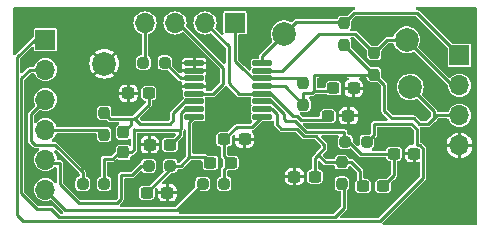
<source format=gbr>
%TF.GenerationSoftware,KiCad,Pcbnew,7.0.5*%
%TF.CreationDate,2023-10-03T15:35:51+05:30*%
%TF.ProjectId,ADS122C04,41445331-3232-4433-9034-2e6b69636164,rev?*%
%TF.SameCoordinates,Original*%
%TF.FileFunction,Copper,L1,Top*%
%TF.FilePolarity,Positive*%
%FSLAX46Y46*%
G04 Gerber Fmt 4.6, Leading zero omitted, Abs format (unit mm)*
G04 Created by KiCad (PCBNEW 7.0.5) date 2023-10-03 15:35:51*
%MOMM*%
%LPD*%
G01*
G04 APERTURE LIST*
G04 Aperture macros list*
%AMRoundRect*
0 Rectangle with rounded corners*
0 $1 Rounding radius*
0 $2 $3 $4 $5 $6 $7 $8 $9 X,Y pos of 4 corners*
0 Add a 4 corners polygon primitive as box body*
4,1,4,$2,$3,$4,$5,$6,$7,$8,$9,$2,$3,0*
0 Add four circle primitives for the rounded corners*
1,1,$1+$1,$2,$3*
1,1,$1+$1,$4,$5*
1,1,$1+$1,$6,$7*
1,1,$1+$1,$8,$9*
0 Add four rect primitives between the rounded corners*
20,1,$1+$1,$2,$3,$4,$5,0*
20,1,$1+$1,$4,$5,$6,$7,0*
20,1,$1+$1,$6,$7,$8,$9,0*
20,1,$1+$1,$8,$9,$2,$3,0*%
G04 Aperture macros list end*
%TA.AperFunction,SMDPad,CuDef*%
%ADD10RoundRect,0.237500X0.237500X-0.250000X0.237500X0.250000X-0.237500X0.250000X-0.237500X-0.250000X0*%
%TD*%
%TA.AperFunction,SMDPad,CuDef*%
%ADD11C,2.000000*%
%TD*%
%TA.AperFunction,SMDPad,CuDef*%
%ADD12RoundRect,0.237500X-0.300000X-0.237500X0.300000X-0.237500X0.300000X0.237500X-0.300000X0.237500X0*%
%TD*%
%TA.AperFunction,SMDPad,CuDef*%
%ADD13RoundRect,0.237500X0.250000X0.237500X-0.250000X0.237500X-0.250000X-0.237500X0.250000X-0.237500X0*%
%TD*%
%TA.AperFunction,SMDPad,CuDef*%
%ADD14RoundRect,0.237500X0.300000X0.237500X-0.300000X0.237500X-0.300000X-0.237500X0.300000X-0.237500X0*%
%TD*%
%TA.AperFunction,SMDPad,CuDef*%
%ADD15RoundRect,0.020500X-0.764500X-0.184500X0.764500X-0.184500X0.764500X0.184500X-0.764500X0.184500X0*%
%TD*%
%TA.AperFunction,SMDPad,CuDef*%
%ADD16RoundRect,0.237500X-0.250000X-0.237500X0.250000X-0.237500X0.250000X0.237500X-0.250000X0.237500X0*%
%TD*%
%TA.AperFunction,SMDPad,CuDef*%
%ADD17RoundRect,0.237500X0.237500X-0.300000X0.237500X0.300000X-0.237500X0.300000X-0.237500X-0.300000X0*%
%TD*%
%TA.AperFunction,SMDPad,CuDef*%
%ADD18RoundRect,0.237500X-0.237500X0.250000X-0.237500X-0.250000X0.237500X-0.250000X0.237500X0.250000X0*%
%TD*%
%TA.AperFunction,ComponentPad*%
%ADD19R,1.700000X1.700000*%
%TD*%
%TA.AperFunction,ComponentPad*%
%ADD20O,1.700000X1.700000*%
%TD*%
%TA.AperFunction,ViaPad*%
%ADD21C,0.800000*%
%TD*%
%TA.AperFunction,Conductor*%
%ADD22C,0.250000*%
%TD*%
G04 APERTURE END LIST*
D10*
%TO.P,R7,1*%
%TO.N,+3V3*%
X203200000Y-97432500D03*
%TO.P,R7,2*%
%TO.N,Net-(J2-Pin_1)*%
X203200000Y-95607500D03*
%TD*%
D11*
%TO.P,TP3,1,1*%
%TO.N,GND*%
X182880000Y-99060000D03*
%TD*%
D10*
%TO.P,R4,1*%
%TO.N,Net-(J1-Pin_2)*%
X202996800Y-109218100D03*
%TO.P,R4,2*%
%TO.N,Net-(U1-AIN1)*%
X202996800Y-107393100D03*
%TD*%
D11*
%TO.P,TP4,1,1*%
%TO.N,+3V3*%
X208788000Y-101041200D03*
%TD*%
D12*
%TO.P,C8,1*%
%TO.N,Net-(U1-REFN)*%
X191873800Y-107442000D03*
%TO.P,C8,2*%
%TO.N,Net-(U1-REFP)*%
X193598800Y-107442000D03*
%TD*%
%TO.P,C9,1*%
%TO.N,GND*%
X184914200Y-101549200D03*
%TO.P,C9,2*%
%TO.N,Net-(U1-AIN3)*%
X186639200Y-101549200D03*
%TD*%
D13*
%TO.P,R10,1*%
%TO.N,Reset*%
X188008900Y-98958400D03*
%TO.P,R10,2*%
%TO.N,Net-(J3-Pin_4)*%
X186183900Y-98958400D03*
%TD*%
D14*
%TO.P,C1,1*%
%TO.N,GND*%
X209142500Y-106680000D03*
%TO.P,C1,2*%
%TO.N,Net-(U1-AIN0)*%
X207417500Y-106680000D03*
%TD*%
D13*
%TO.P,R2,1*%
%TO.N,Net-(J1-Pin_1)*%
X205128500Y-105664000D03*
%TO.P,R2,2*%
%TO.N,Net-(U1-AIN0)*%
X203303500Y-105664000D03*
%TD*%
D15*
%TO.P,U1,1,A0*%
%TO.N,GND*%
X190500000Y-99000000D03*
%TO.P,U1,2,A1*%
X190500000Y-99650000D03*
%TO.P,U1,3,RESET*%
%TO.N,Reset*%
X190500000Y-100300000D03*
%TO.P,U1,4,DGND*%
%TO.N,GND*%
X190500000Y-100950000D03*
%TO.P,U1,5,AVSS*%
%TO.N,Net-(J3-Pin_3)*%
X190500000Y-101600000D03*
%TO.P,U1,6,AIN3*%
%TO.N,Net-(U1-AIN3)*%
X190500000Y-102250000D03*
%TO.P,U1,7,AIN2*%
%TO.N,Net-(U1-AIN2)*%
X190500000Y-102900000D03*
%TO.P,U1,8,REFN*%
%TO.N,Net-(U1-REFN)*%
X190500000Y-103550000D03*
%TO.P,U1,9,REFP*%
%TO.N,Net-(U1-REFP)*%
X196240000Y-103550000D03*
%TO.P,U1,10,AIN1*%
%TO.N,Net-(U1-AIN1)*%
X196240000Y-102900000D03*
%TO.P,U1,11,AIN0*%
%TO.N,Net-(U1-AIN0)*%
X196240000Y-102250000D03*
%TO.P,U1,12,AVDD*%
%TO.N,Net-(J3-Pin_2)*%
X196240000Y-101600000D03*
%TO.P,U1,13,DVDD*%
%TO.N,+3V3*%
X196240000Y-100950000D03*
%TO.P,U1,14,DRDY*%
%TO.N,Net-(J3-Pin_1)*%
X196240000Y-100300000D03*
%TO.P,U1,15,SDA*%
%TO.N,Net-(J2-Pin_2)*%
X196240000Y-99650000D03*
%TO.P,U1,16,SCL*%
%TO.N,Net-(J2-Pin_1)*%
X196240000Y-99000000D03*
%TD*%
D12*
%TO.P,C2,1*%
%TO.N,GND*%
X198984700Y-108610400D03*
%TO.P,C2,2*%
%TO.N,Net-(U1-AIN1)*%
X200709700Y-108610400D03*
%TD*%
D16*
%TO.P,R3,1*%
%TO.N,Net-(J1-Pin_6)*%
X191215000Y-109220000D03*
%TO.P,R3,2*%
%TO.N,Net-(U1-REFP)*%
X193040000Y-109220000D03*
%TD*%
D17*
%TO.P,C7,1*%
%TO.N,Net-(U1-AIN2)*%
X184505600Y-106576200D03*
%TO.P,C7,2*%
%TO.N,Net-(U1-AIN3)*%
X184505600Y-104851200D03*
%TD*%
D14*
%TO.P,C4,1*%
%TO.N,Net-(U1-AIN2)*%
X188466900Y-105918000D03*
%TO.P,C4,2*%
%TO.N,GND*%
X186741900Y-105918000D03*
%TD*%
D11*
%TO.P,TP1,1,1*%
%TO.N,Net-(J2-Pin_1)*%
X198120000Y-96520000D03*
%TD*%
D18*
%TO.P,R8,1*%
%TO.N,Net-(J2-Pin_2)*%
X205740000Y-98147500D03*
%TO.P,R8,2*%
%TO.N,+3V3*%
X205740000Y-99972500D03*
%TD*%
D16*
%TO.P,R5,1*%
%TO.N,Net-(J1-Pin_5)*%
X186641100Y-107696000D03*
%TO.P,R5,2*%
%TO.N,Net-(U1-REFN)*%
X188466100Y-107696000D03*
%TD*%
%TO.P,R6,1*%
%TO.N,Net-(J1-Pin_3)*%
X181055000Y-109220000D03*
%TO.P,R6,2*%
%TO.N,Net-(U1-AIN2)*%
X182880000Y-109220000D03*
%TD*%
D12*
%TO.P,C10,1*%
%TO.N,+3V3*%
X202286700Y-101142800D03*
%TO.P,C10,2*%
%TO.N,GND*%
X204011700Y-101142800D03*
%TD*%
D10*
%TO.P,R9,1*%
%TO.N,+3V3*%
X199747500Y-102512500D03*
%TO.P,R9,2*%
%TO.N,Net-(J3-Pin_1)*%
X199747500Y-100687500D03*
%TD*%
D12*
%TO.P,C3,1*%
%TO.N,Net-(U1-REFP)*%
X193041100Y-105460800D03*
%TO.P,C3,2*%
%TO.N,GND*%
X194766100Y-105460800D03*
%TD*%
D10*
%TO.P,R1,1*%
%TO.N,Net-(J1-Pin_4)*%
X182880000Y-105052500D03*
%TO.P,R1,2*%
%TO.N,Net-(U1-AIN3)*%
X182880000Y-103227500D03*
%TD*%
D11*
%TO.P,TP2,1,1*%
%TO.N,Net-(J2-Pin_2)*%
X208483200Y-97028000D03*
%TD*%
D12*
%TO.P,C5,1*%
%TO.N,Net-(U1-REFN)*%
X186487900Y-109982000D03*
%TO.P,C5,2*%
%TO.N,GND*%
X188212900Y-109982000D03*
%TD*%
D14*
%TO.P,C6,1*%
%TO.N,Net-(U1-AIN0)*%
X206500900Y-109423200D03*
%TO.P,C6,2*%
%TO.N,Net-(U1-AIN1)*%
X204775900Y-109423200D03*
%TD*%
%TO.P,C11,1*%
%TO.N,GND*%
X203553400Y-103479600D03*
%TO.P,C11,2*%
%TO.N,Net-(J3-Pin_2)*%
X201828400Y-103479600D03*
%TD*%
D19*
%TO.P,J1,1,Pin_1*%
%TO.N,Net-(J1-Pin_1)*%
X177901600Y-97028000D03*
D20*
%TO.P,J1,2,Pin_2*%
%TO.N,Net-(J1-Pin_2)*%
X177901600Y-99568000D03*
%TO.P,J1,3,Pin_3*%
%TO.N,Net-(J1-Pin_3)*%
X177901600Y-102108000D03*
%TO.P,J1,4,Pin_4*%
%TO.N,Net-(J1-Pin_4)*%
X177901600Y-104648000D03*
%TO.P,J1,5,Pin_5*%
%TO.N,Net-(J1-Pin_5)*%
X177901600Y-107188000D03*
%TO.P,J1,6,Pin_6*%
%TO.N,Net-(J1-Pin_6)*%
X177901600Y-109728000D03*
%TD*%
D19*
%TO.P,J2,1,Pin_1*%
%TO.N,Net-(J2-Pin_1)*%
X212953600Y-98348800D03*
D20*
%TO.P,J2,2,Pin_2*%
%TO.N,Net-(J2-Pin_2)*%
X212953600Y-100888800D03*
%TO.P,J2,3,Pin_3*%
%TO.N,+3V3*%
X212953600Y-103428800D03*
%TO.P,J2,4,Pin_4*%
%TO.N,GND*%
X212953600Y-105968800D03*
%TD*%
D19*
%TO.P,J3,1,Pin_1*%
%TO.N,Net-(J3-Pin_1)*%
X193954400Y-95605600D03*
D20*
%TO.P,J3,2,Pin_2*%
%TO.N,Net-(J3-Pin_2)*%
X191414400Y-95605600D03*
%TO.P,J3,3,Pin_3*%
%TO.N,Net-(J3-Pin_3)*%
X188874400Y-95605600D03*
%TO.P,J3,4,Pin_4*%
%TO.N,Net-(J3-Pin_4)*%
X186334400Y-95605600D03*
%TD*%
D21*
%TO.N,GND*%
X207314800Y-105105200D03*
X205384400Y-102666800D03*
X180949600Y-95351600D03*
%TD*%
D22*
%TO.N,+3V3*%
X199747500Y-101549200D02*
X200456800Y-101549200D01*
X211020159Y-103428800D02*
X212953600Y-103428800D01*
X210308959Y-104140000D02*
X210716459Y-103732500D01*
X196240000Y-100950000D02*
X198185000Y-100950000D01*
X208788000Y-101041200D02*
X210820000Y-103073200D01*
X209075996Y-103690000D02*
X209525996Y-104140000D01*
X202076300Y-101353200D02*
X202286700Y-101142800D01*
X210716459Y-103732500D02*
X211020159Y-103428800D01*
X200456800Y-101549200D02*
X200652800Y-101353200D01*
X205740000Y-99972500D02*
X206603600Y-100836100D01*
X210820000Y-103073200D02*
X210820000Y-103732500D01*
X200652800Y-101353200D02*
X202076300Y-101353200D01*
X198185000Y-100950000D02*
X199747500Y-102512500D01*
X210716459Y-103732500D02*
X210820000Y-103732500D01*
X206603600Y-103073200D02*
X207220400Y-103690000D01*
X199747500Y-102512500D02*
X199747500Y-101549200D01*
X203200000Y-97432500D02*
X205740000Y-99972500D01*
X200652800Y-101353200D02*
X200652800Y-99972500D01*
X209525996Y-104140000D02*
X210308959Y-104140000D01*
X206603600Y-100836100D02*
X206603600Y-103073200D01*
X207220400Y-103690000D02*
X209075996Y-103690000D01*
X200652800Y-99972500D02*
X205740000Y-99972500D01*
%TO.N,Net-(U1-AIN0)*%
X198292500Y-103905000D02*
X199032437Y-103905000D01*
X207417500Y-108506600D02*
X206500900Y-109423200D01*
X203303500Y-105664000D02*
X203606400Y-105664000D01*
X198120000Y-103328785D02*
X198120000Y-103732500D01*
X203606400Y-105664000D02*
X204622400Y-106680000D01*
X203203800Y-104851200D02*
X203203800Y-105564300D01*
X204622400Y-106680000D02*
X207417500Y-106680000D01*
X196240000Y-102250000D02*
X197041215Y-102250000D01*
X197041215Y-102250000D02*
X198120000Y-103328785D01*
X203203800Y-105564300D02*
X203303500Y-105664000D01*
X199978637Y-104851200D02*
X203203800Y-104851200D01*
X207417500Y-106680000D02*
X207417500Y-108506600D01*
X199032437Y-103905000D02*
X199978637Y-104851200D01*
X198120000Y-103732500D02*
X198292500Y-103905000D01*
%TO.N,Net-(U1-AIN1)*%
X200806800Y-105201200D02*
X201523600Y-105918000D01*
X196240000Y-102900000D02*
X197054819Y-102900000D01*
X204571600Y-109218900D02*
X204775900Y-109423200D01*
X197510400Y-103355581D02*
X197510400Y-104184004D01*
X199833663Y-105201200D02*
X200806800Y-105201200D01*
X203811500Y-107393100D02*
X204571600Y-108153200D01*
X200990750Y-106756750D02*
X201627100Y-107393100D01*
X200709700Y-108610400D02*
X200709700Y-107037800D01*
X201523600Y-106223900D02*
X200990750Y-106756750D01*
X199179963Y-104547500D02*
X199833663Y-105201200D01*
X197873896Y-104547500D02*
X199179963Y-104547500D01*
X200709700Y-107037800D02*
X200990750Y-106756750D01*
X201627100Y-107393100D02*
X202996800Y-107393100D01*
X197054819Y-102900000D02*
X197510400Y-103355581D01*
X197510400Y-104184004D02*
X197873896Y-104547500D01*
X204571600Y-108153200D02*
X204571600Y-109218900D01*
X201523600Y-105918000D02*
X201523600Y-106223900D01*
X202996800Y-107393100D02*
X203811500Y-107393100D01*
%TO.N,Net-(U1-AIN2)*%
X189390000Y-103222389D02*
X189390000Y-104538800D01*
X185168200Y-106576200D02*
X184505600Y-106576200D01*
X185420000Y-104547500D02*
X185420000Y-106324400D01*
X189280800Y-104648000D02*
X185520500Y-104648000D01*
X182880000Y-107087500D02*
X182880000Y-109220000D01*
X189280800Y-104648000D02*
X189280800Y-105104100D01*
X189712389Y-102900000D02*
X189390000Y-103222389D01*
X183590100Y-107087500D02*
X184101400Y-106576200D01*
X184101400Y-106576200D02*
X184505600Y-106576200D01*
X189280800Y-105104100D02*
X188466900Y-105918000D01*
X185420000Y-106324400D02*
X185168200Y-106576200D01*
X190500000Y-102900000D02*
X189712389Y-102900000D01*
X183590100Y-107087500D02*
X182880000Y-107087500D01*
X189390000Y-104538800D02*
X189280800Y-104648000D01*
%TO.N,Net-(U1-REFP)*%
X194107900Y-104394000D02*
X195396000Y-104394000D01*
X193041100Y-105460800D02*
X193041100Y-106884300D01*
X193041100Y-106884300D02*
X193598800Y-107442000D01*
X193040000Y-108000800D02*
X193598800Y-107442000D01*
X195396000Y-104394000D02*
X196240000Y-103550000D01*
X193041100Y-105460800D02*
X194107900Y-104394000D01*
X193040000Y-109220000D02*
X193040000Y-108000800D01*
%TO.N,Net-(U1-REFN)*%
X189382400Y-107696000D02*
X188466100Y-107696000D01*
X188466100Y-108003800D02*
X186487900Y-109982000D01*
X188466100Y-107696000D02*
X188466100Y-108003800D01*
X190500000Y-103550000D02*
X190093600Y-103956400D01*
X191873800Y-107442000D02*
X191416600Y-106984800D01*
X190093600Y-106984800D02*
X189382400Y-107696000D01*
X191416600Y-106984800D02*
X190093600Y-106984800D01*
X190093600Y-103956400D02*
X190093600Y-106984800D01*
%TO.N,Net-(U1-AIN3)*%
X188722000Y-103835200D02*
X188417200Y-104140000D01*
X183385000Y-103732500D02*
X182880000Y-103227500D01*
X189712389Y-102250000D02*
X188722000Y-103240389D01*
X190500000Y-102250000D02*
X189712389Y-102250000D01*
X188417200Y-104140000D02*
X185931041Y-104140000D01*
X185420000Y-103732500D02*
X186639200Y-102513300D01*
X185115200Y-103732500D02*
X185115200Y-104241600D01*
X185115200Y-103732500D02*
X183385000Y-103732500D01*
X188722000Y-103240389D02*
X188722000Y-103835200D01*
X185931041Y-104140000D02*
X185523541Y-103732500D01*
X186639200Y-102513300D02*
X186639200Y-101549200D01*
X185115200Y-104241600D02*
X184505600Y-104851200D01*
X185523541Y-103732500D02*
X185420000Y-103732500D01*
X185420000Y-103732500D02*
X185115200Y-103732500D01*
%TO.N,Reset*%
X189350500Y-100300000D02*
X190500000Y-100300000D01*
X188008900Y-98958400D02*
X189350500Y-100300000D01*
%TO.N,Net-(J3-Pin_1)*%
X199360000Y-100300000D02*
X199747500Y-100687500D01*
X196240000Y-100300000D02*
X195452389Y-100300000D01*
X195452389Y-100300000D02*
X194565995Y-99413605D01*
X194565995Y-99413605D02*
X193954400Y-98802010D01*
X199747500Y-100687500D02*
X199427000Y-100367000D01*
X196240000Y-100300000D02*
X199360000Y-100300000D01*
X193954400Y-98802010D02*
X193954400Y-95605600D01*
%TO.N,Net-(J1-Pin_1)*%
X209634074Y-105980000D02*
X209905000Y-106250926D01*
X205740000Y-104140000D02*
X208889600Y-104140000D01*
X205740000Y-104140000D02*
X205740000Y-105052500D01*
X208889600Y-104140000D02*
X209330000Y-104580400D01*
X206253600Y-112364000D02*
X176016400Y-112364000D01*
X209905000Y-108712600D02*
X206253600Y-112364000D01*
X176016400Y-112364000D02*
X175514000Y-111861600D01*
X175514000Y-111861600D02*
X175514000Y-98501200D01*
X205740000Y-105052500D02*
X205128500Y-105664000D01*
X209330000Y-104580400D02*
X209330000Y-105980000D01*
X209905000Y-106250926D02*
X209905000Y-108712600D01*
X175514000Y-98501200D02*
X176987200Y-97028000D01*
X209330000Y-105980000D02*
X209634074Y-105980000D01*
X176987200Y-97028000D02*
X177901600Y-97028000D01*
%TO.N,Net-(J1-Pin_2)*%
X175869600Y-100279200D02*
X176580800Y-99568000D01*
X203200000Y-109421300D02*
X202996800Y-109218100D01*
X203200000Y-111252000D02*
X203200000Y-109421300D01*
X177190400Y-111353600D02*
X175869600Y-110032800D01*
X202438000Y-112014000D02*
X179070000Y-112014000D01*
X176580800Y-99568000D02*
X177901600Y-99568000D01*
X179070000Y-112014000D02*
X178409600Y-111353600D01*
X175869600Y-110032800D02*
X175869600Y-100279200D01*
X178409600Y-111353600D02*
X177190400Y-111353600D01*
X203200000Y-111252000D02*
X202438000Y-112014000D01*
%TO.N,Net-(J1-Pin_6)*%
X179578000Y-111404400D02*
X189030600Y-111404400D01*
X177901600Y-109728000D02*
X179578000Y-111404400D01*
X189030600Y-111404400D02*
X191215000Y-109220000D01*
%TO.N,Net-(J1-Pin_5)*%
X177901600Y-107188000D02*
X178155600Y-107442000D01*
X178155600Y-107442000D02*
X179120800Y-107442000D01*
X179120800Y-107442000D02*
X179120800Y-109220000D01*
X184302400Y-108512600D02*
X185214900Y-108512600D01*
X185214900Y-108512600D02*
X186031500Y-107696000D01*
X180746400Y-110845600D02*
X183946800Y-110845600D01*
X183946800Y-110845600D02*
X184302400Y-110490000D01*
X186031500Y-107696000D02*
X186641100Y-107696000D01*
X179120800Y-109220000D02*
X180746400Y-110845600D01*
X184302400Y-110490000D02*
X184302400Y-108512600D01*
%TO.N,Net-(J1-Pin_4)*%
X182475500Y-104648000D02*
X177901600Y-104648000D01*
X182880000Y-105052500D02*
X182475500Y-104648000D01*
%TO.N,Net-(J1-Pin_3)*%
X181055000Y-108258600D02*
X178714400Y-105918000D01*
X181055000Y-109220000D02*
X181055000Y-108258600D01*
X176682400Y-105562400D02*
X176682400Y-103327200D01*
X178714400Y-105918000D02*
X177038000Y-105918000D01*
X177038000Y-105918000D02*
X176682400Y-105562400D01*
X176682400Y-103327200D02*
X177901600Y-102108000D01*
%TO.N,Net-(J2-Pin_2)*%
X208483200Y-97028000D02*
X212344000Y-100888800D01*
X205740000Y-98147500D02*
X204112500Y-96520000D01*
X201066400Y-96520000D02*
X197936400Y-99650000D01*
X205740000Y-98147500D02*
X206859500Y-97028000D01*
X204112500Y-96520000D02*
X201066400Y-96520000D01*
X212344000Y-100888800D02*
X212953600Y-100888800D01*
X206859500Y-97028000D02*
X208483200Y-97028000D01*
X197936400Y-99650000D02*
X196240000Y-99650000D01*
%TO.N,Net-(J2-Pin_1)*%
X203096500Y-95504000D02*
X203200000Y-95607500D01*
X209349800Y-94745000D02*
X212953600Y-98348800D01*
X199136000Y-95504000D02*
X203096500Y-95504000D01*
X196240000Y-98400000D02*
X198120000Y-96520000D01*
X204062500Y-94745000D02*
X209349800Y-94745000D01*
X196240000Y-99000000D02*
X196240000Y-98400000D01*
X203200000Y-95607500D02*
X204062500Y-94745000D01*
X198120000Y-96520000D02*
X199136000Y-95504000D01*
%TO.N,Net-(J3-Pin_4)*%
X186183900Y-98958400D02*
X186334400Y-98807900D01*
X186334400Y-98807900D02*
X186334400Y-95605600D01*
%TO.N,Net-(J3-Pin_3)*%
X192954400Y-100747196D02*
X192954400Y-99404804D01*
X192954400Y-100747196D02*
X192101596Y-101600000D01*
X189155196Y-95605600D02*
X188874400Y-95605600D01*
X192954400Y-99404804D02*
X189155196Y-95605600D01*
X192101596Y-101600000D02*
X190500000Y-101600000D01*
%TO.N,Net-(J3-Pin_2)*%
X199218833Y-103455000D02*
X199548233Y-103784400D01*
X201523600Y-103784400D02*
X201828400Y-103479600D01*
X193404400Y-100694400D02*
X193404400Y-97595600D01*
X196240000Y-101600000D02*
X197027611Y-101600000D01*
X199548233Y-103784400D02*
X201523600Y-103784400D01*
X193404400Y-100694400D02*
X194310000Y-101600000D01*
X197027611Y-101600000D02*
X198882611Y-103455000D01*
X198882611Y-103455000D02*
X199218833Y-103455000D01*
X194310000Y-101600000D02*
X196240000Y-101600000D01*
X193404400Y-97595600D02*
X191414400Y-95605600D01*
%TD*%
%TA.AperFunction,Conductor*%
%TO.N,GND*%
G36*
X214377339Y-94264985D02*
G01*
X214423094Y-94317789D01*
X214434300Y-94369300D01*
X214434300Y-112589900D01*
X214414615Y-112656939D01*
X214361811Y-112702694D01*
X214310300Y-112713900D01*
X206560150Y-112713900D01*
X206493111Y-112694215D01*
X206447356Y-112641411D01*
X206437412Y-112572253D01*
X206466437Y-112508697D01*
X206472469Y-112502219D01*
X208264459Y-110710229D01*
X210057322Y-108917365D01*
X210076108Y-108901948D01*
X210087043Y-108894643D01*
X210108515Y-108862508D01*
X210142849Y-108811124D01*
X210154919Y-108750448D01*
X210157500Y-108737470D01*
X210162447Y-108712600D01*
X210159881Y-108699701D01*
X210157499Y-108675525D01*
X210157499Y-106288014D01*
X210159883Y-106263815D01*
X210160425Y-106261091D01*
X210162448Y-106250926D01*
X210142850Y-106152405D01*
X210135202Y-106140959D01*
X210087043Y-106068883D01*
X210078688Y-106063300D01*
X210076108Y-106061576D01*
X210057318Y-106046155D01*
X209854962Y-105843799D01*
X211860469Y-105843799D01*
X211860470Y-105843800D01*
X212469195Y-105843800D01*
X212453600Y-105896911D01*
X212453600Y-106040689D01*
X212469195Y-106093800D01*
X211860470Y-106093800D01*
X211867697Y-106171789D01*
X211867697Y-106171792D01*
X211923483Y-106367863D01*
X211923486Y-106367869D01*
X212014354Y-106550356D01*
X212137208Y-106713042D01*
X212287860Y-106850378D01*
X212461184Y-106957697D01*
X212651278Y-107031339D01*
X212828600Y-107064486D01*
X212828600Y-106455969D01*
X212917837Y-106468800D01*
X212989363Y-106468800D01*
X213078600Y-106455969D01*
X213078600Y-107064486D01*
X213255921Y-107031339D01*
X213446015Y-106957697D01*
X213619339Y-106850378D01*
X213769991Y-106713042D01*
X213892845Y-106550356D01*
X213983713Y-106367869D01*
X213983716Y-106367863D01*
X214039502Y-106171792D01*
X214039502Y-106171789D01*
X214046730Y-106093800D01*
X213438005Y-106093800D01*
X213453600Y-106040689D01*
X213453600Y-105896911D01*
X213438005Y-105843800D01*
X214046730Y-105843800D01*
X214046730Y-105843799D01*
X214039502Y-105765810D01*
X214039502Y-105765807D01*
X213983716Y-105569736D01*
X213983713Y-105569730D01*
X213892845Y-105387243D01*
X213769991Y-105224557D01*
X213619339Y-105087221D01*
X213446015Y-104979902D01*
X213255921Y-104906260D01*
X213078600Y-104873112D01*
X213078600Y-105481630D01*
X212989363Y-105468800D01*
X212917837Y-105468800D01*
X212828600Y-105481630D01*
X212828600Y-104873112D01*
X212651278Y-104906260D01*
X212461184Y-104979902D01*
X212287860Y-105087221D01*
X212137208Y-105224557D01*
X212014354Y-105387243D01*
X211923486Y-105569730D01*
X211923483Y-105569736D01*
X211867697Y-105765807D01*
X211867697Y-105765810D01*
X211860469Y-105843799D01*
X209854962Y-105843799D01*
X209838843Y-105827680D01*
X209823422Y-105808890D01*
X209816117Y-105797957D01*
X209732595Y-105742150D01*
X209732593Y-105742149D01*
X209721087Y-105739860D01*
X209717288Y-105739105D01*
X209717287Y-105739104D01*
X209682306Y-105732146D01*
X209620395Y-105699760D01*
X209585822Y-105639043D01*
X209582500Y-105610537D01*
X209582500Y-104617486D01*
X209584883Y-104593292D01*
X209587448Y-104580400D01*
X209579549Y-104540691D01*
X209585775Y-104471102D01*
X209628637Y-104415924D01*
X209694527Y-104392678D01*
X209701166Y-104392500D01*
X210271872Y-104392500D01*
X210296064Y-104394883D01*
X210298002Y-104395268D01*
X210308959Y-104397448D01*
X210392168Y-104380895D01*
X210392170Y-104380895D01*
X210397320Y-104379870D01*
X210407480Y-104377850D01*
X210491002Y-104322043D01*
X210498307Y-104311108D01*
X210513724Y-104292322D01*
X210788535Y-104017511D01*
X210849856Y-103984028D01*
X210851914Y-103983598D01*
X210918521Y-103970350D01*
X210918522Y-103970349D01*
X210918523Y-103970349D01*
X210934828Y-103959454D01*
X211002043Y-103914543D01*
X211057087Y-103832163D01*
X211057849Y-103831023D01*
X211057849Y-103831022D01*
X211057850Y-103831021D01*
X211067778Y-103781107D01*
X211100162Y-103719199D01*
X211160877Y-103684624D01*
X211189395Y-103681300D01*
X211916745Y-103681300D01*
X211983784Y-103700985D01*
X212029539Y-103753789D01*
X212035405Y-103769303D01*
X212046138Y-103804685D01*
X212136902Y-103974492D01*
X212136906Y-103974499D01*
X212259058Y-104123341D01*
X212407900Y-104245493D01*
X212407907Y-104245497D01*
X212551113Y-104322042D01*
X212577717Y-104336262D01*
X212761976Y-104392157D01*
X212953600Y-104411030D01*
X213145224Y-104392157D01*
X213329483Y-104336262D01*
X213499298Y-104245494D01*
X213648141Y-104123341D01*
X213770294Y-103974498D01*
X213861062Y-103804683D01*
X213916957Y-103620424D01*
X213935830Y-103428800D01*
X213916957Y-103237176D01*
X213861062Y-103052917D01*
X213841041Y-103015461D01*
X213770297Y-102883107D01*
X213770293Y-102883100D01*
X213648141Y-102734258D01*
X213499299Y-102612106D01*
X213499292Y-102612102D01*
X213329484Y-102521338D01*
X213145226Y-102465443D01*
X212953600Y-102446570D01*
X212761973Y-102465443D01*
X212577715Y-102521338D01*
X212407907Y-102612102D01*
X212407900Y-102612106D01*
X212259058Y-102734258D01*
X212136906Y-102883100D01*
X212136902Y-102883107D01*
X212046138Y-103052914D01*
X212035405Y-103088297D01*
X211997107Y-103146735D01*
X211933294Y-103175191D01*
X211916745Y-103176300D01*
X211199720Y-103176300D01*
X211132681Y-103156615D01*
X211086926Y-103103811D01*
X211078103Y-103076492D01*
X211060233Y-102986658D01*
X211059631Y-102980551D01*
X211057850Y-102974681D01*
X211057850Y-102974680D01*
X211057850Y-102974679D01*
X211002043Y-102891157D01*
X211002040Y-102891155D01*
X211002040Y-102891154D01*
X210991108Y-102883850D01*
X210972318Y-102868429D01*
X209810641Y-101706752D01*
X209777156Y-101645429D01*
X209782140Y-101575737D01*
X209787313Y-101563817D01*
X209843866Y-101450245D01*
X209901050Y-101249265D01*
X209920330Y-101041200D01*
X209901050Y-100833135D01*
X209843866Y-100632155D01*
X209840865Y-100626129D01*
X209765842Y-100475462D01*
X209750726Y-100445105D01*
X209624802Y-100278354D01*
X209624800Y-100278351D01*
X209470381Y-100137581D01*
X209470379Y-100137579D01*
X209292726Y-100027581D01*
X209292720Y-100027579D01*
X209097877Y-99952096D01*
X208892478Y-99913700D01*
X208683522Y-99913700D01*
X208478123Y-99952096D01*
X208418973Y-99975011D01*
X208283279Y-100027579D01*
X208283273Y-100027581D01*
X208105620Y-100137579D01*
X208105618Y-100137581D01*
X207951199Y-100278351D01*
X207825274Y-100445104D01*
X207732138Y-100632144D01*
X207732132Y-100632159D01*
X207674950Y-100833133D01*
X207674949Y-100833135D01*
X207655670Y-101041199D01*
X207655670Y-101041200D01*
X207674949Y-101249264D01*
X207674950Y-101249266D01*
X207732132Y-101450240D01*
X207732138Y-101450255D01*
X207825274Y-101637295D01*
X207951199Y-101804048D01*
X208105618Y-101944818D01*
X208105620Y-101944820D01*
X208283273Y-102054818D01*
X208283274Y-102054818D01*
X208283277Y-102054820D01*
X208478123Y-102130304D01*
X208683522Y-102168700D01*
X208683524Y-102168700D01*
X208892476Y-102168700D01*
X208892478Y-102168700D01*
X209097877Y-102130304D01*
X209292723Y-102054820D01*
X209299335Y-102050726D01*
X209302971Y-102048475D01*
X209370332Y-102029918D01*
X209437031Y-102050726D01*
X209455931Y-102066220D01*
X210531180Y-103141469D01*
X210564665Y-103202792D01*
X210567499Y-103229150D01*
X210567499Y-103466010D01*
X210547814Y-103533049D01*
X210537463Y-103545894D01*
X210527110Y-103561389D01*
X210511691Y-103580177D01*
X210240687Y-103851182D01*
X210179367Y-103884666D01*
X210153008Y-103887500D01*
X209681947Y-103887500D01*
X209614908Y-103867815D01*
X209594266Y-103851181D01*
X209280765Y-103537680D01*
X209265344Y-103518890D01*
X209258039Y-103507957D01*
X209174517Y-103452150D01*
X209174515Y-103452149D01*
X209163009Y-103449860D01*
X209159210Y-103449105D01*
X209159209Y-103449104D01*
X209075997Y-103432552D01*
X209075996Y-103432552D01*
X209063102Y-103435117D01*
X209038909Y-103437500D01*
X207376351Y-103437500D01*
X207309312Y-103417815D01*
X207288670Y-103401181D01*
X206892419Y-103004930D01*
X206858934Y-102943607D01*
X206856100Y-102917249D01*
X206856100Y-100873186D01*
X206858483Y-100848992D01*
X206861048Y-100836100D01*
X206843833Y-100749559D01*
X206843231Y-100743451D01*
X206841450Y-100737581D01*
X206841450Y-100737580D01*
X206841450Y-100737579D01*
X206785643Y-100654057D01*
X206785640Y-100654055D01*
X206785640Y-100654054D01*
X206774708Y-100646750D01*
X206755918Y-100631329D01*
X206378819Y-100254230D01*
X206345334Y-100192907D01*
X206342500Y-100166549D01*
X206342500Y-99940039D01*
X206342500Y-99687860D01*
X206332163Y-99616912D01*
X206314404Y-99580585D01*
X206278663Y-99507474D01*
X206192525Y-99421336D01*
X206083091Y-99367838D01*
X206083089Y-99367837D01*
X206083088Y-99367837D01*
X206012140Y-99357500D01*
X206012135Y-99357500D01*
X205533451Y-99357500D01*
X205466412Y-99337815D01*
X205445770Y-99321181D01*
X203838818Y-97714229D01*
X203805333Y-97652906D01*
X203802499Y-97626548D01*
X203802499Y-97413557D01*
X203802500Y-97147860D01*
X203792163Y-97076912D01*
X203775388Y-97042598D01*
X203734150Y-96958243D01*
X203735602Y-96957532D01*
X203716498Y-96902556D01*
X203732885Y-96834635D01*
X203783392Y-96786356D01*
X203840350Y-96772500D01*
X203956549Y-96772500D01*
X204023588Y-96792185D01*
X204044230Y-96808818D01*
X205101182Y-97865771D01*
X205134666Y-97927092D01*
X205137500Y-97953450D01*
X205137500Y-98432140D01*
X205147837Y-98503088D01*
X205147837Y-98503089D01*
X205147838Y-98503091D01*
X205201336Y-98612525D01*
X205287474Y-98698663D01*
X205359227Y-98733740D01*
X205396912Y-98752163D01*
X205467860Y-98762500D01*
X205467865Y-98762500D01*
X206012135Y-98762500D01*
X206012140Y-98762500D01*
X206083088Y-98752163D01*
X206169424Y-98709956D01*
X206192525Y-98698663D01*
X206278663Y-98612525D01*
X206331429Y-98504589D01*
X206332163Y-98503088D01*
X206342500Y-98432140D01*
X206342500Y-97953449D01*
X206362185Y-97886411D01*
X206378819Y-97865769D01*
X206927770Y-97316819D01*
X206989093Y-97283334D01*
X207015451Y-97280500D01*
X207289153Y-97280500D01*
X207356192Y-97300185D01*
X207401947Y-97352989D01*
X207408419Y-97370565D01*
X207427333Y-97437042D01*
X207427338Y-97437055D01*
X207520474Y-97624095D01*
X207646399Y-97790848D01*
X207800818Y-97931618D01*
X207800820Y-97931620D01*
X207978473Y-98041618D01*
X207978474Y-98041618D01*
X207978477Y-98041620D01*
X208173323Y-98117104D01*
X208378722Y-98155500D01*
X208378724Y-98155500D01*
X208587676Y-98155500D01*
X208587678Y-98155500D01*
X208793077Y-98117104D01*
X208987923Y-98041620D01*
X208995121Y-98037163D01*
X208998171Y-98035275D01*
X209065532Y-98016718D01*
X209132231Y-98037526D01*
X209151131Y-98053020D01*
X211938298Y-100840187D01*
X211971783Y-100901510D01*
X211974020Y-100915714D01*
X211990243Y-101080425D01*
X212046138Y-101264684D01*
X212136902Y-101434492D01*
X212136906Y-101434499D01*
X212259058Y-101583341D01*
X212407900Y-101705493D01*
X212407907Y-101705497D01*
X212566177Y-101790094D01*
X212577717Y-101796262D01*
X212761976Y-101852157D01*
X212953600Y-101871030D01*
X213145224Y-101852157D01*
X213329483Y-101796262D01*
X213499298Y-101705494D01*
X213648141Y-101583341D01*
X213770294Y-101434498D01*
X213861062Y-101264683D01*
X213916957Y-101080424D01*
X213935830Y-100888800D01*
X213916957Y-100697176D01*
X213861062Y-100512917D01*
X213861061Y-100512915D01*
X213770297Y-100343107D01*
X213770293Y-100343100D01*
X213648141Y-100194258D01*
X213499299Y-100072106D01*
X213499292Y-100072102D01*
X213329484Y-99981338D01*
X213145226Y-99925443D01*
X212953600Y-99906570D01*
X212761973Y-99925443D01*
X212577715Y-99981338D01*
X212407907Y-100072102D01*
X212407900Y-100072106D01*
X212259059Y-100194258D01*
X212232028Y-100227194D01*
X212174281Y-100266526D01*
X212104436Y-100268395D01*
X212048496Y-100236207D01*
X209505841Y-97693552D01*
X209472356Y-97632229D01*
X209477340Y-97562537D01*
X209482513Y-97550617D01*
X209539066Y-97437045D01*
X209596250Y-97236065D01*
X209615530Y-97028000D01*
X209609921Y-96967474D01*
X209596250Y-96819935D01*
X209596249Y-96819933D01*
X209594788Y-96814799D01*
X209539066Y-96618955D01*
X209531014Y-96602785D01*
X209477455Y-96495223D01*
X209445926Y-96431905D01*
X209320002Y-96265154D01*
X209320000Y-96265151D01*
X209165581Y-96124381D01*
X209165579Y-96124379D01*
X208987926Y-96014381D01*
X208987920Y-96014379D01*
X208987164Y-96014086D01*
X208793077Y-95938896D01*
X208587678Y-95900500D01*
X208378722Y-95900500D01*
X208173323Y-95938896D01*
X208110869Y-95963091D01*
X207978479Y-96014379D01*
X207978473Y-96014381D01*
X207800820Y-96124379D01*
X207800818Y-96124381D01*
X207646399Y-96265151D01*
X207520474Y-96431904D01*
X207427338Y-96618944D01*
X207427333Y-96618957D01*
X207408419Y-96685435D01*
X207371140Y-96744528D01*
X207307830Y-96774085D01*
X207289153Y-96775500D01*
X206896587Y-96775500D01*
X206872394Y-96773117D01*
X206869292Y-96772500D01*
X206859500Y-96770552D01*
X206859498Y-96770552D01*
X206760983Y-96790148D01*
X206760980Y-96790149D01*
X206677457Y-96845956D01*
X206670151Y-96856891D01*
X206654733Y-96875676D01*
X206034230Y-97496181D01*
X205972907Y-97529666D01*
X205946549Y-97532500D01*
X205533451Y-97532500D01*
X205466412Y-97512815D01*
X205445770Y-97496181D01*
X204317269Y-96367680D01*
X204301848Y-96348890D01*
X204294543Y-96337957D01*
X204255595Y-96311933D01*
X204211023Y-96282150D01*
X204201723Y-96280300D01*
X204187644Y-96277500D01*
X204112500Y-96262552D01*
X204112499Y-96262552D01*
X204099605Y-96265117D01*
X204075413Y-96267500D01*
X203840350Y-96267500D01*
X203773311Y-96247815D01*
X203727556Y-96195011D01*
X203717612Y-96125853D01*
X203735109Y-96082226D01*
X203734150Y-96081757D01*
X203775389Y-95997400D01*
X203792163Y-95963088D01*
X203802500Y-95892140D01*
X203802500Y-95413451D01*
X203822185Y-95346412D01*
X203838819Y-95325770D01*
X204130770Y-95033819D01*
X204192093Y-95000334D01*
X204218451Y-94997500D01*
X209193849Y-94997500D01*
X209260888Y-95017185D01*
X209281530Y-95033819D01*
X211939781Y-97692069D01*
X211973266Y-97753392D01*
X211976100Y-97779750D01*
X211976100Y-99211358D01*
X211983498Y-99248549D01*
X212011677Y-99290722D01*
X212053850Y-99318901D01*
X212053852Y-99318902D01*
X212081805Y-99324462D01*
X212091041Y-99326300D01*
X212091042Y-99326300D01*
X213816159Y-99326300D01*
X213823557Y-99324828D01*
X213853348Y-99318902D01*
X213895522Y-99290722D01*
X213923702Y-99248548D01*
X213931100Y-99211358D01*
X213931100Y-97486242D01*
X213923702Y-97449052D01*
X213923701Y-97449050D01*
X213895522Y-97406877D01*
X213853349Y-97378698D01*
X213816159Y-97371300D01*
X213816158Y-97371300D01*
X212384551Y-97371300D01*
X212317512Y-97351615D01*
X212296870Y-97334981D01*
X209554569Y-94592680D01*
X209539148Y-94573890D01*
X209531843Y-94562957D01*
X209448321Y-94507150D01*
X209448319Y-94507149D01*
X209436813Y-94504860D01*
X209433014Y-94504105D01*
X209433013Y-94504104D01*
X209366717Y-94490917D01*
X209304806Y-94458532D01*
X209270232Y-94397816D01*
X209273973Y-94328046D01*
X209314839Y-94271375D01*
X209379858Y-94245793D01*
X209390909Y-94245300D01*
X214310300Y-94245300D01*
X214377339Y-94264985D01*
G37*
%TD.AperFunction*%
%TA.AperFunction,Conductor*%
G36*
X204088429Y-94264985D02*
G01*
X204134184Y-94317789D01*
X204144128Y-94386947D01*
X204115103Y-94450503D01*
X204056325Y-94488277D01*
X204045582Y-94490917D01*
X203963983Y-94507148D01*
X203963980Y-94507149D01*
X203880457Y-94562956D01*
X203875266Y-94570724D01*
X203873152Y-94573890D01*
X203873151Y-94573891D01*
X203857733Y-94592676D01*
X203494230Y-94956181D01*
X203432907Y-94989666D01*
X203406549Y-94992500D01*
X202927860Y-94992500D01*
X202856912Y-95002837D01*
X202856910Y-95002837D01*
X202856908Y-95002838D01*
X202747474Y-95056336D01*
X202661337Y-95142473D01*
X202661337Y-95142474D01*
X202642033Y-95181961D01*
X202594905Y-95233543D01*
X202530633Y-95251500D01*
X199173087Y-95251500D01*
X199148894Y-95249117D01*
X199136000Y-95246552D01*
X199135999Y-95246552D01*
X199052785Y-95263104D01*
X199052785Y-95263105D01*
X199050246Y-95263610D01*
X199037479Y-95266149D01*
X198953957Y-95321956D01*
X198946651Y-95332891D01*
X198931233Y-95351676D01*
X198787930Y-95494979D01*
X198726607Y-95528464D01*
X198656915Y-95523480D01*
X198634975Y-95512727D01*
X198624727Y-95506382D01*
X198624724Y-95506380D01*
X198624723Y-95506380D01*
X198429877Y-95430896D01*
X198224478Y-95392500D01*
X198015522Y-95392500D01*
X197810123Y-95430896D01*
X197686904Y-95478631D01*
X197615279Y-95506379D01*
X197615273Y-95506381D01*
X197437620Y-95616379D01*
X197437618Y-95616381D01*
X197283199Y-95757151D01*
X197157274Y-95923904D01*
X197064138Y-96110944D01*
X197064132Y-96110959D01*
X197006950Y-96311933D01*
X197006949Y-96311935D01*
X196987670Y-96519999D01*
X196987670Y-96520000D01*
X197006949Y-96728064D01*
X197006950Y-96728066D01*
X197064132Y-96929040D01*
X197064138Y-96929055D01*
X197120677Y-97042598D01*
X197132938Y-97111383D01*
X197106065Y-97175878D01*
X197097358Y-97185551D01*
X196087676Y-98195233D01*
X196068891Y-98210651D01*
X196057956Y-98217957D01*
X196002149Y-98301479D01*
X195999105Y-98316786D01*
X195982552Y-98399998D01*
X195982552Y-98399999D01*
X195985117Y-98412897D01*
X195987499Y-98437085D01*
X195987499Y-98543500D01*
X195967814Y-98610539D01*
X195915010Y-98656294D01*
X195863499Y-98667500D01*
X195460924Y-98667500D01*
X195417756Y-98676086D01*
X195417750Y-98676089D01*
X195368797Y-98708797D01*
X195336089Y-98757750D01*
X195336086Y-98757756D01*
X195327500Y-98800923D01*
X195327500Y-98800926D01*
X195327500Y-99199074D01*
X195327500Y-99199076D01*
X195327499Y-99199076D01*
X195336086Y-99242243D01*
X195336088Y-99242248D01*
X195345352Y-99256113D01*
X195366227Y-99322791D01*
X195347740Y-99390171D01*
X195345352Y-99393887D01*
X195336088Y-99407751D01*
X195336086Y-99407756D01*
X195327500Y-99450923D01*
X195327500Y-99518658D01*
X195307815Y-99585697D01*
X195255011Y-99631452D01*
X195185853Y-99641396D01*
X195122297Y-99612371D01*
X195115819Y-99606339D01*
X194726954Y-99217475D01*
X194243219Y-98733740D01*
X194209734Y-98672417D01*
X194206900Y-98646059D01*
X194206900Y-96707100D01*
X194226585Y-96640061D01*
X194279389Y-96594306D01*
X194330900Y-96583100D01*
X194816959Y-96583100D01*
X194824357Y-96581628D01*
X194854148Y-96575702D01*
X194896322Y-96547522D01*
X194924502Y-96505348D01*
X194931900Y-96468158D01*
X194931900Y-94743042D01*
X194924502Y-94705852D01*
X194919348Y-94698138D01*
X194896322Y-94663677D01*
X194854149Y-94635498D01*
X194816959Y-94628100D01*
X194816958Y-94628100D01*
X193091842Y-94628100D01*
X193091841Y-94628100D01*
X193054650Y-94635498D01*
X193012477Y-94663677D01*
X192984298Y-94705850D01*
X192976900Y-94743041D01*
X192976900Y-96468161D01*
X192982283Y-96495223D01*
X192976056Y-96564815D01*
X192933193Y-96619992D01*
X192867303Y-96643237D01*
X192799306Y-96627169D01*
X192772985Y-96607096D01*
X192326111Y-96160222D01*
X192292626Y-96098899D01*
X192297610Y-96029207D01*
X192304435Y-96014086D01*
X192321862Y-95981483D01*
X192334781Y-95938896D01*
X192377757Y-95797224D01*
X192396630Y-95605600D01*
X192377757Y-95413976D01*
X192321862Y-95229717D01*
X192231094Y-95059902D01*
X192231093Y-95059900D01*
X192108941Y-94911058D01*
X191960099Y-94788906D01*
X191960092Y-94788902D01*
X191790284Y-94698138D01*
X191606026Y-94642243D01*
X191414400Y-94623370D01*
X191222773Y-94642243D01*
X191038515Y-94698138D01*
X190868707Y-94788902D01*
X190868700Y-94788906D01*
X190719858Y-94911058D01*
X190597706Y-95059900D01*
X190597702Y-95059907D01*
X190506938Y-95229715D01*
X190451043Y-95413973D01*
X190432170Y-95605599D01*
X190451043Y-95797226D01*
X190506938Y-95981484D01*
X190597702Y-96151292D01*
X190597706Y-96151299D01*
X190719858Y-96300141D01*
X190868700Y-96422293D01*
X190868707Y-96422297D01*
X191005913Y-96495635D01*
X191038517Y-96513062D01*
X191222776Y-96568957D01*
X191414400Y-96587830D01*
X191606024Y-96568957D01*
X191790283Y-96513062D01*
X191822886Y-96495634D01*
X191891288Y-96481392D01*
X191956533Y-96506391D01*
X191969022Y-96517311D01*
X193115580Y-97663869D01*
X193149065Y-97725192D01*
X193151899Y-97751550D01*
X193151899Y-98945852D01*
X193132214Y-99012891D01*
X193079410Y-99058646D01*
X193010252Y-99068590D01*
X192946696Y-99039565D01*
X192940218Y-99033533D01*
X189859158Y-95952473D01*
X189825673Y-95891150D01*
X189828178Y-95828798D01*
X189837757Y-95797224D01*
X189856630Y-95605600D01*
X189837757Y-95413976D01*
X189781862Y-95229717D01*
X189691094Y-95059902D01*
X189691093Y-95059900D01*
X189568941Y-94911058D01*
X189420099Y-94788906D01*
X189420092Y-94788902D01*
X189250284Y-94698138D01*
X189066026Y-94642243D01*
X188874400Y-94623370D01*
X188682773Y-94642243D01*
X188498515Y-94698138D01*
X188328707Y-94788902D01*
X188328700Y-94788906D01*
X188179858Y-94911058D01*
X188057706Y-95059900D01*
X188057702Y-95059907D01*
X187966938Y-95229715D01*
X187911043Y-95413973D01*
X187892170Y-95605600D01*
X187911043Y-95797226D01*
X187966938Y-95981484D01*
X188057702Y-96151292D01*
X188057706Y-96151299D01*
X188179858Y-96300141D01*
X188328700Y-96422293D01*
X188328707Y-96422297D01*
X188465913Y-96495635D01*
X188498517Y-96513062D01*
X188682776Y-96568957D01*
X188874400Y-96587830D01*
X189066024Y-96568957D01*
X189250283Y-96513062D01*
X189420093Y-96422297D01*
X189420094Y-96422296D01*
X189420093Y-96422296D01*
X189420098Y-96422294D01*
X189440162Y-96405827D01*
X189504471Y-96378515D01*
X189573338Y-96390306D01*
X189606507Y-96414000D01*
X192665581Y-99473074D01*
X192699066Y-99534397D01*
X192701900Y-99560755D01*
X192701899Y-100591245D01*
X192682214Y-100658285D01*
X192665580Y-100678926D01*
X192033326Y-101311181D01*
X191972003Y-101344666D01*
X191945645Y-101347500D01*
X191649025Y-101347500D01*
X191581986Y-101327815D01*
X191536231Y-101275011D01*
X191526287Y-101205853D01*
X191527408Y-101199308D01*
X191535000Y-101161142D01*
X191535000Y-101075000D01*
X189465000Y-101075000D01*
X189465000Y-101161144D01*
X189480693Y-101240039D01*
X189480695Y-101240043D01*
X189540481Y-101329520D01*
X189549116Y-101338155D01*
X189546395Y-101340875D01*
X189577183Y-101377695D01*
X189587500Y-101427215D01*
X189587499Y-101799076D01*
X189596086Y-101842243D01*
X189596087Y-101842245D01*
X189605351Y-101856110D01*
X189626227Y-101922788D01*
X189607741Y-101990168D01*
X189605351Y-101993887D01*
X189590144Y-102016647D01*
X189555933Y-102050860D01*
X189530346Y-102067957D01*
X189530341Y-102067961D01*
X189523040Y-102078889D01*
X189507621Y-102097677D01*
X188569676Y-103035622D01*
X188550892Y-103051038D01*
X188548087Y-103052914D01*
X188539956Y-103058347D01*
X188490933Y-103131715D01*
X188475512Y-103150505D01*
X188474525Y-103151491D01*
X188477223Y-103176588D01*
X188476810Y-103178761D01*
X188464552Y-103240386D01*
X188464552Y-103240387D01*
X188464552Y-103240389D01*
X188467117Y-103253281D01*
X188469500Y-103277475D01*
X188469500Y-103679247D01*
X188449815Y-103746286D01*
X188433182Y-103766928D01*
X188348930Y-103851181D01*
X188287607Y-103884666D01*
X188261248Y-103887500D01*
X186086992Y-103887500D01*
X186019953Y-103867815D01*
X185999316Y-103851186D01*
X185916536Y-103768406D01*
X185883054Y-103707088D01*
X185888038Y-103637396D01*
X185916537Y-103593050D01*
X186791522Y-102718065D01*
X186810308Y-102702648D01*
X186821243Y-102695343D01*
X186877050Y-102611821D01*
X186877651Y-102608799D01*
X186877653Y-102608799D01*
X186877653Y-102608787D01*
X186896648Y-102513300D01*
X186894083Y-102500405D01*
X186891700Y-102476213D01*
X186891700Y-102270910D01*
X186911385Y-102203871D01*
X186964189Y-102158116D01*
X186997818Y-102148206D01*
X187044788Y-102141363D01*
X187113033Y-102108000D01*
X187154225Y-102087863D01*
X187240363Y-102001725D01*
X187282087Y-101916376D01*
X187293863Y-101892288D01*
X187304200Y-101821340D01*
X187304200Y-101277060D01*
X187293863Y-101206112D01*
X187287085Y-101192247D01*
X187240363Y-101096674D01*
X187154225Y-101010536D01*
X187044791Y-100957038D01*
X187044789Y-100957037D01*
X187044788Y-100957037D01*
X186973840Y-100946700D01*
X186304560Y-100946700D01*
X186233612Y-100957037D01*
X186233610Y-100957037D01*
X186233608Y-100957038D01*
X186124174Y-101010536D01*
X186038036Y-101096674D01*
X185984538Y-101206108D01*
X185984537Y-101206110D01*
X185984537Y-101206112D01*
X185974200Y-101277060D01*
X185974200Y-101821340D01*
X185984537Y-101892288D01*
X185984537Y-101892289D01*
X185984538Y-101892291D01*
X186038036Y-102001725D01*
X186124174Y-102087863D01*
X186210988Y-102130303D01*
X186233612Y-102141363D01*
X186280579Y-102148206D01*
X186344078Y-102177350D01*
X186381742Y-102236199D01*
X186386700Y-102270910D01*
X186386700Y-102357348D01*
X186367015Y-102424387D01*
X186350381Y-102445029D01*
X185351730Y-103443681D01*
X185290407Y-103477166D01*
X185264049Y-103480000D01*
X185152282Y-103480000D01*
X185128090Y-103477617D01*
X185115201Y-103475053D01*
X185115199Y-103475053D01*
X185102310Y-103477617D01*
X185078118Y-103480000D01*
X183606500Y-103480000D01*
X183539461Y-103460315D01*
X183493706Y-103407511D01*
X183482500Y-103356000D01*
X183482500Y-102942865D01*
X183482500Y-102942860D01*
X183472163Y-102871912D01*
X183438250Y-102802541D01*
X183418663Y-102762474D01*
X183332525Y-102676336D01*
X183223091Y-102622838D01*
X183223089Y-102622837D01*
X183223088Y-102622837D01*
X183152140Y-102612500D01*
X182607860Y-102612500D01*
X182536912Y-102622837D01*
X182536910Y-102622837D01*
X182536908Y-102622838D01*
X182427474Y-102676336D01*
X182341336Y-102762474D01*
X182287838Y-102871908D01*
X182287837Y-102871910D01*
X182287837Y-102871912D01*
X182277500Y-102942860D01*
X182277500Y-103512140D01*
X182287837Y-103583088D01*
X182287837Y-103583089D01*
X182287838Y-103583091D01*
X182341336Y-103692525D01*
X182427474Y-103778663D01*
X182532243Y-103829880D01*
X182536912Y-103832163D01*
X182607860Y-103842500D01*
X183086549Y-103842500D01*
X183153588Y-103862185D01*
X183174230Y-103878819D01*
X183180229Y-103884818D01*
X183195650Y-103903608D01*
X183202954Y-103914540D01*
X183202957Y-103914543D01*
X183286475Y-103970348D01*
X183286476Y-103970348D01*
X183286479Y-103970350D01*
X183298605Y-103972762D01*
X183298609Y-103972764D01*
X183298610Y-103972763D01*
X183384999Y-103989948D01*
X183384999Y-103989947D01*
X183385000Y-103989948D01*
X183397894Y-103987382D01*
X183422087Y-103985000D01*
X184059238Y-103985000D01*
X184126277Y-104004685D01*
X184172032Y-104057489D01*
X184181976Y-104126647D01*
X184152951Y-104190203D01*
X184113698Y-104220400D01*
X184053074Y-104250036D01*
X183966936Y-104336174D01*
X183913438Y-104445608D01*
X183913437Y-104445610D01*
X183913437Y-104445612D01*
X183903100Y-104516560D01*
X183903100Y-105185840D01*
X183913437Y-105256788D01*
X183913437Y-105256789D01*
X183913438Y-105256791D01*
X183966936Y-105366225D01*
X184053074Y-105452363D01*
X184157460Y-105503393D01*
X184162512Y-105505863D01*
X184233460Y-105516200D01*
X184233465Y-105516200D01*
X184777735Y-105516200D01*
X184777740Y-105516200D01*
X184848688Y-105505863D01*
X184924502Y-105468800D01*
X184958125Y-105452363D01*
X184966490Y-105446391D01*
X184967749Y-105448155D01*
X185017142Y-105421185D01*
X185086834Y-105426169D01*
X185142767Y-105468041D01*
X185167184Y-105533505D01*
X185167500Y-105542351D01*
X185167500Y-105885049D01*
X185147815Y-105952088D01*
X185095011Y-105997843D01*
X185025853Y-106007787D01*
X184966668Y-105980758D01*
X184966490Y-105981009D01*
X184965199Y-105980087D01*
X184962297Y-105978762D01*
X184958859Y-105975560D01*
X184958125Y-105975036D01*
X184848691Y-105921538D01*
X184848689Y-105921537D01*
X184848688Y-105921537D01*
X184777740Y-105911200D01*
X184233460Y-105911200D01*
X184162512Y-105921537D01*
X184162510Y-105921537D01*
X184162508Y-105921538D01*
X184053074Y-105975036D01*
X183966936Y-106061174D01*
X183913438Y-106170608D01*
X183913437Y-106170610D01*
X183913437Y-106170612D01*
X183903100Y-106241560D01*
X183903100Y-106241565D01*
X183903100Y-106366049D01*
X183883415Y-106433088D01*
X183866781Y-106453730D01*
X183521830Y-106798681D01*
X183460507Y-106832166D01*
X183434149Y-106835000D01*
X182917082Y-106835000D01*
X182892890Y-106832617D01*
X182880001Y-106830053D01*
X182880000Y-106830053D01*
X182855130Y-106835000D01*
X182832507Y-106839500D01*
X182781477Y-106849650D01*
X182697957Y-106905457D01*
X182642149Y-106988978D01*
X182642149Y-106988979D01*
X182622553Y-107087497D01*
X182622553Y-107087499D01*
X182622553Y-107087500D01*
X182624822Y-107098908D01*
X182625117Y-107100388D01*
X182627500Y-107124581D01*
X182627500Y-108505574D01*
X182607815Y-108572613D01*
X182555011Y-108618368D01*
X182533521Y-108624701D01*
X182533612Y-108624994D01*
X182524409Y-108627837D01*
X182414974Y-108681336D01*
X182328836Y-108767474D01*
X182275338Y-108876908D01*
X182275337Y-108876910D01*
X182275337Y-108876912D01*
X182265000Y-108947860D01*
X182265000Y-109492140D01*
X182275337Y-109563088D01*
X182275337Y-109563089D01*
X182275338Y-109563091D01*
X182328836Y-109672525D01*
X182414974Y-109758663D01*
X182519743Y-109809880D01*
X182524412Y-109812163D01*
X182595360Y-109822500D01*
X182595365Y-109822500D01*
X183164635Y-109822500D01*
X183164640Y-109822500D01*
X183235588Y-109812163D01*
X183291474Y-109784841D01*
X183345025Y-109758663D01*
X183431163Y-109672525D01*
X183474064Y-109584768D01*
X183484663Y-109563088D01*
X183495000Y-109492140D01*
X183495000Y-108947860D01*
X183484663Y-108876912D01*
X183477621Y-108862508D01*
X183431163Y-108767474D01*
X183345025Y-108681336D01*
X183235590Y-108627837D01*
X183226388Y-108624994D01*
X183227018Y-108622955D01*
X183175113Y-108599127D01*
X183137454Y-108540275D01*
X183132500Y-108505581D01*
X183132500Y-107464000D01*
X183152185Y-107396960D01*
X183204989Y-107351206D01*
X183256500Y-107340000D01*
X183553013Y-107340000D01*
X183577205Y-107342383D01*
X183579143Y-107342768D01*
X183590100Y-107344948D01*
X183673309Y-107328395D01*
X183673311Y-107328395D01*
X183678461Y-107327370D01*
X183688621Y-107325350D01*
X183772143Y-107269543D01*
X183779448Y-107258608D01*
X183794865Y-107239822D01*
X183867520Y-107167167D01*
X183928841Y-107133684D01*
X183998533Y-107138668D01*
X184042880Y-107167169D01*
X184053074Y-107177363D01*
X184144362Y-107221990D01*
X184162512Y-107230863D01*
X184233460Y-107241200D01*
X184233465Y-107241200D01*
X184777735Y-107241200D01*
X184777740Y-107241200D01*
X184848688Y-107230863D01*
X184904574Y-107203541D01*
X184958125Y-107177363D01*
X185044263Y-107091225D01*
X185078013Y-107022187D01*
X185097763Y-106981788D01*
X185105263Y-106930307D01*
X185134406Y-106866810D01*
X185193255Y-106829146D01*
X185203759Y-106826573D01*
X185251409Y-106817095D01*
X185251411Y-106817095D01*
X185256561Y-106816070D01*
X185266721Y-106814050D01*
X185350243Y-106758243D01*
X185357548Y-106747308D01*
X185372965Y-106728522D01*
X185572322Y-106529165D01*
X185591108Y-106513748D01*
X185602043Y-106506443D01*
X185657850Y-106422921D01*
X185662208Y-106401012D01*
X185663571Y-106394160D01*
X185663571Y-106394158D01*
X185677448Y-106324400D01*
X185674883Y-106311505D01*
X185672500Y-106287313D01*
X185672500Y-106043000D01*
X185954400Y-106043000D01*
X185954400Y-106202146D01*
X185960641Y-106260187D01*
X186009632Y-106391537D01*
X186093641Y-106503758D01*
X186205862Y-106587767D01*
X186337212Y-106636758D01*
X186395253Y-106642999D01*
X186395270Y-106643000D01*
X186616900Y-106643000D01*
X186616900Y-106043000D01*
X186866900Y-106043000D01*
X186866900Y-106643000D01*
X187088530Y-106643000D01*
X187088546Y-106642999D01*
X187146587Y-106636758D01*
X187277937Y-106587767D01*
X187390158Y-106503758D01*
X187474167Y-106391537D01*
X187523158Y-106260187D01*
X187529399Y-106202146D01*
X187529400Y-106202129D01*
X187529400Y-106043000D01*
X186866900Y-106043000D01*
X186616900Y-106043000D01*
X185954400Y-106043000D01*
X185672500Y-106043000D01*
X185672500Y-105793000D01*
X185954400Y-105793000D01*
X186616900Y-105793000D01*
X186616900Y-105193000D01*
X186866900Y-105193000D01*
X186866900Y-105793000D01*
X187529400Y-105793000D01*
X187529400Y-105633870D01*
X187529399Y-105633853D01*
X187523158Y-105575812D01*
X187474167Y-105444462D01*
X187390158Y-105332241D01*
X187277937Y-105248232D01*
X187146587Y-105199241D01*
X187088546Y-105193000D01*
X186866900Y-105193000D01*
X186616900Y-105193000D01*
X186395253Y-105193000D01*
X186337212Y-105199241D01*
X186205862Y-105248232D01*
X186093641Y-105332241D01*
X186009632Y-105444462D01*
X185960641Y-105575812D01*
X185954400Y-105633853D01*
X185954400Y-105793000D01*
X185672500Y-105793000D01*
X185672500Y-105024500D01*
X185692185Y-104957461D01*
X185744989Y-104911706D01*
X185796500Y-104900500D01*
X188827949Y-104900500D01*
X188894988Y-104920185D01*
X188940743Y-104972989D01*
X188950687Y-105042147D01*
X188921662Y-105105703D01*
X188915630Y-105112181D01*
X188748630Y-105279181D01*
X188687307Y-105312666D01*
X188660949Y-105315500D01*
X188132260Y-105315500D01*
X188061312Y-105325837D01*
X188061310Y-105325837D01*
X188061308Y-105325838D01*
X187951874Y-105379336D01*
X187865736Y-105465474D01*
X187812238Y-105574908D01*
X187812237Y-105574910D01*
X187812237Y-105574912D01*
X187801900Y-105645860D01*
X187801900Y-106190140D01*
X187812237Y-106261088D01*
X187812237Y-106261089D01*
X187812238Y-106261091D01*
X187865736Y-106370525D01*
X187951874Y-106456663D01*
X188053701Y-106506442D01*
X188061312Y-106510163D01*
X188132260Y-106520500D01*
X188132265Y-106520500D01*
X188801535Y-106520500D01*
X188801540Y-106520500D01*
X188872488Y-106510163D01*
X188928374Y-106482841D01*
X188981925Y-106456663D01*
X189068063Y-106370525D01*
X189096916Y-106311505D01*
X189121563Y-106261088D01*
X189131900Y-106190140D01*
X189131900Y-105661450D01*
X189151585Y-105594411D01*
X189168219Y-105573769D01*
X189297526Y-105444462D01*
X189433122Y-105308865D01*
X189451908Y-105293448D01*
X189462843Y-105286143D01*
X189484281Y-105254058D01*
X189518649Y-105202624D01*
X189520425Y-105193699D01*
X189533300Y-105128970D01*
X189538247Y-105104100D01*
X189535682Y-105091204D01*
X189533300Y-105067015D01*
X189533300Y-104810948D01*
X189552985Y-104743909D01*
X189569623Y-104723263D01*
X189572039Y-104720845D01*
X189572043Y-104720843D01*
X189573536Y-104718608D01*
X189613998Y-104658054D01*
X189667610Y-104613248D01*
X189736935Y-104604541D01*
X189799962Y-104634695D01*
X189836682Y-104694138D01*
X189841100Y-104726944D01*
X189841099Y-106828849D01*
X189821414Y-106895889D01*
X189804780Y-106916530D01*
X189314130Y-107407181D01*
X189252807Y-107440666D01*
X189226449Y-107443500D01*
X189190224Y-107443500D01*
X189123185Y-107423815D01*
X189077430Y-107371011D01*
X189071752Y-107356111D01*
X189070762Y-107352910D01*
X189017263Y-107243474D01*
X188931125Y-107157336D01*
X188821691Y-107103838D01*
X188821689Y-107103837D01*
X188821688Y-107103837D01*
X188750740Y-107093500D01*
X188181460Y-107093500D01*
X188110512Y-107103837D01*
X188110510Y-107103837D01*
X188110508Y-107103838D01*
X188001074Y-107157336D01*
X187914936Y-107243474D01*
X187861438Y-107352908D01*
X187861438Y-107352909D01*
X187861437Y-107352912D01*
X187851100Y-107423860D01*
X187851100Y-107968140D01*
X187861437Y-108039088D01*
X187879754Y-108076557D01*
X187892257Y-108102131D01*
X187904016Y-108171004D01*
X187876672Y-108235301D01*
X187868537Y-108244272D01*
X186769630Y-109343181D01*
X186708307Y-109376666D01*
X186681949Y-109379500D01*
X186153260Y-109379500D01*
X186082312Y-109389837D01*
X186082310Y-109389837D01*
X186082308Y-109389838D01*
X185972874Y-109443336D01*
X185886736Y-109529474D01*
X185833238Y-109638908D01*
X185833237Y-109638910D01*
X185833237Y-109638912D01*
X185822900Y-109709860D01*
X185822900Y-110254140D01*
X185833237Y-110325088D01*
X185833237Y-110325089D01*
X185833238Y-110325091D01*
X185886736Y-110434525D01*
X185972874Y-110520663D01*
X186069210Y-110567758D01*
X186082312Y-110574163D01*
X186153260Y-110584500D01*
X186153265Y-110584500D01*
X186822535Y-110584500D01*
X186822540Y-110584500D01*
X186893488Y-110574163D01*
X186953770Y-110544693D01*
X187002925Y-110520663D01*
X187089063Y-110434525D01*
X187115241Y-110380974D01*
X187142563Y-110325088D01*
X187152900Y-110254140D01*
X187152900Y-110107000D01*
X187425400Y-110107000D01*
X187425400Y-110266146D01*
X187431641Y-110324187D01*
X187480632Y-110455537D01*
X187564641Y-110567758D01*
X187676862Y-110651767D01*
X187808212Y-110700758D01*
X187866253Y-110706999D01*
X187866270Y-110707000D01*
X188087900Y-110707000D01*
X188087900Y-110107000D01*
X188337900Y-110107000D01*
X188337900Y-110707000D01*
X188559530Y-110707000D01*
X188559546Y-110706999D01*
X188617587Y-110700758D01*
X188748937Y-110651767D01*
X188861158Y-110567758D01*
X188945167Y-110455537D01*
X188994158Y-110324187D01*
X189000399Y-110266146D01*
X189000400Y-110266129D01*
X189000400Y-110107000D01*
X188337900Y-110107000D01*
X188087900Y-110107000D01*
X187425400Y-110107000D01*
X187152900Y-110107000D01*
X187152900Y-109725450D01*
X187172585Y-109658411D01*
X187189219Y-109637769D01*
X187213719Y-109613269D01*
X187275042Y-109579784D01*
X187344734Y-109584768D01*
X187400667Y-109626640D01*
X187425084Y-109692104D01*
X187425400Y-109700950D01*
X187425400Y-109857000D01*
X188087900Y-109857000D01*
X188087900Y-109257000D01*
X188337900Y-109257000D01*
X188337900Y-109857000D01*
X189000400Y-109857000D01*
X189000400Y-109697870D01*
X189000399Y-109697853D01*
X188994158Y-109639812D01*
X188945167Y-109508462D01*
X188861158Y-109396241D01*
X188748937Y-109312232D01*
X188617587Y-109263241D01*
X188559546Y-109257000D01*
X188337900Y-109257000D01*
X188087900Y-109257000D01*
X187869350Y-109257000D01*
X187802311Y-109237315D01*
X187756556Y-109184511D01*
X187746612Y-109115353D01*
X187775637Y-109051797D01*
X187781669Y-109045319D01*
X187856315Y-108970674D01*
X188492169Y-108334819D01*
X188553493Y-108301334D01*
X188579851Y-108298500D01*
X188750735Y-108298500D01*
X188750740Y-108298500D01*
X188821688Y-108288163D01*
X188889211Y-108255153D01*
X188931125Y-108234663D01*
X189017263Y-108148525D01*
X189044012Y-108093807D01*
X189070763Y-108039088D01*
X189070763Y-108039083D01*
X189071752Y-108035889D01*
X189073945Y-108032578D01*
X189074993Y-108030437D01*
X189075274Y-108030574D01*
X189110352Y-107977650D01*
X189174311Y-107949525D01*
X189190224Y-107948500D01*
X189345313Y-107948500D01*
X189369505Y-107950883D01*
X189371443Y-107951268D01*
X189382400Y-107953448D01*
X189465609Y-107936895D01*
X189465611Y-107936895D01*
X189470761Y-107935870D01*
X189480921Y-107933850D01*
X189564443Y-107878043D01*
X189571748Y-107867108D01*
X189587165Y-107848322D01*
X190161869Y-107273618D01*
X190223192Y-107240134D01*
X190249550Y-107237300D01*
X191084800Y-107237300D01*
X191151839Y-107256985D01*
X191197594Y-107309789D01*
X191208800Y-107361299D01*
X191208800Y-107714140D01*
X191219137Y-107785088D01*
X191219137Y-107785089D01*
X191219138Y-107785091D01*
X191272636Y-107894525D01*
X191358774Y-107980663D01*
X191448734Y-108024641D01*
X191468212Y-108034163D01*
X191539160Y-108044500D01*
X191539165Y-108044500D01*
X192208435Y-108044500D01*
X192208440Y-108044500D01*
X192279388Y-108034163D01*
X192347639Y-108000797D01*
X192388825Y-107980663D01*
X192474963Y-107894525D01*
X192518891Y-107804667D01*
X192528463Y-107785088D01*
X192538800Y-107714140D01*
X192538800Y-107169860D01*
X192528463Y-107098912D01*
X192516998Y-107075459D01*
X192474963Y-106989474D01*
X192388825Y-106903336D01*
X192279391Y-106849838D01*
X192279389Y-106849837D01*
X192279388Y-106849837D01*
X192208440Y-106839500D01*
X192208435Y-106839500D01*
X191686748Y-106839500D01*
X191619709Y-106819815D01*
X191599067Y-106803181D01*
X191598645Y-106802759D01*
X191598643Y-106802758D01*
X191598643Y-106802757D01*
X191515121Y-106746950D01*
X191515119Y-106746949D01*
X191503613Y-106744660D01*
X191499814Y-106743905D01*
X191499813Y-106743904D01*
X191416601Y-106727352D01*
X191416600Y-106727352D01*
X191410744Y-106728517D01*
X191403706Y-106729917D01*
X191379513Y-106732300D01*
X190470100Y-106732300D01*
X190403061Y-106712615D01*
X190357306Y-106659811D01*
X190346100Y-106608300D01*
X190346100Y-104112350D01*
X190365785Y-104045311D01*
X190382410Y-104024678D01*
X190488272Y-103918816D01*
X190549593Y-103885334D01*
X190575951Y-103882500D01*
X191279076Y-103882500D01*
X191322243Y-103873913D01*
X191322243Y-103873912D01*
X191322247Y-103873912D01*
X191371202Y-103841202D01*
X191403912Y-103792247D01*
X191403913Y-103792243D01*
X191412500Y-103749076D01*
X191412500Y-103350923D01*
X191403913Y-103307756D01*
X191403912Y-103307753D01*
X191394649Y-103293890D01*
X191373772Y-103227212D01*
X191392257Y-103159832D01*
X191394649Y-103156110D01*
X191403912Y-103142247D01*
X191403987Y-103141869D01*
X191412500Y-103099076D01*
X191412500Y-102700923D01*
X191403913Y-102657756D01*
X191403911Y-102657750D01*
X191394648Y-102643887D01*
X191373772Y-102577209D01*
X191392258Y-102509829D01*
X191394618Y-102506155D01*
X191403912Y-102492247D01*
X191405576Y-102483882D01*
X191412500Y-102449076D01*
X191412500Y-102050923D01*
X191402508Y-102000692D01*
X191408735Y-101931100D01*
X191451598Y-101875923D01*
X191517487Y-101852678D01*
X191524125Y-101852500D01*
X192064509Y-101852500D01*
X192088701Y-101854883D01*
X192090639Y-101855268D01*
X192101596Y-101857448D01*
X192184805Y-101840895D01*
X192184807Y-101840895D01*
X192189957Y-101839870D01*
X192200117Y-101837850D01*
X192283639Y-101782043D01*
X192290944Y-101771108D01*
X192306361Y-101752322D01*
X193106722Y-100951961D01*
X193125502Y-100936548D01*
X193136443Y-100929239D01*
X193136444Y-100929237D01*
X193139179Y-100927410D01*
X193205858Y-100906536D01*
X193273237Y-100925024D01*
X193295746Y-100942835D01*
X194105229Y-101752318D01*
X194120650Y-101771108D01*
X194127954Y-101782040D01*
X194127956Y-101782041D01*
X194127957Y-101782043D01*
X194153446Y-101799074D01*
X194211475Y-101837848D01*
X194211476Y-101837848D01*
X194211479Y-101837850D01*
X194226776Y-101840892D01*
X194226784Y-101840896D01*
X194226785Y-101840894D01*
X194310000Y-101857448D01*
X194310001Y-101857448D01*
X194322895Y-101854883D01*
X194347087Y-101852500D01*
X195215875Y-101852500D01*
X195282914Y-101872185D01*
X195328669Y-101924989D01*
X195338613Y-101994147D01*
X195337492Y-102000692D01*
X195327500Y-102050923D01*
X195327500Y-102050926D01*
X195327500Y-102449074D01*
X195327500Y-102449076D01*
X195327499Y-102449076D01*
X195336086Y-102492243D01*
X195336088Y-102492248D01*
X195345352Y-102506113D01*
X195366227Y-102572791D01*
X195347740Y-102640171D01*
X195345352Y-102643887D01*
X195336088Y-102657751D01*
X195336086Y-102657756D01*
X195327500Y-102700923D01*
X195327500Y-102700925D01*
X195327500Y-102700926D01*
X195327500Y-103099074D01*
X195327500Y-103099076D01*
X195327499Y-103099076D01*
X195336086Y-103142243D01*
X195336088Y-103142248D01*
X195345352Y-103156113D01*
X195366227Y-103222791D01*
X195347740Y-103290171D01*
X195345352Y-103293887D01*
X195336088Y-103307751D01*
X195336086Y-103307756D01*
X195327500Y-103350923D01*
X195327500Y-103350926D01*
X195327500Y-103749074D01*
X195327500Y-103749076D01*
X195327499Y-103749076D01*
X195336086Y-103792243D01*
X195336089Y-103792249D01*
X195368796Y-103841201D01*
X195376790Y-103846542D01*
X195421596Y-103900153D01*
X195430306Y-103969477D01*
X195400153Y-104032506D01*
X195395584Y-104037327D01*
X195327728Y-104105182D01*
X195266408Y-104138666D01*
X195240049Y-104141500D01*
X194144987Y-104141500D01*
X194120794Y-104139117D01*
X194107900Y-104136552D01*
X194107898Y-104136552D01*
X194009383Y-104156148D01*
X194009380Y-104156149D01*
X193925857Y-104211956D01*
X193918551Y-104222891D01*
X193903133Y-104241676D01*
X193322830Y-104821981D01*
X193261507Y-104855466D01*
X193235149Y-104858300D01*
X192706460Y-104858300D01*
X192635512Y-104868637D01*
X192635510Y-104868637D01*
X192635508Y-104868638D01*
X192526074Y-104922136D01*
X192439936Y-105008274D01*
X192386438Y-105117708D01*
X192386437Y-105117710D01*
X192386437Y-105117712D01*
X192376100Y-105188660D01*
X192376100Y-105732940D01*
X192386437Y-105803888D01*
X192386437Y-105803889D01*
X192386438Y-105803891D01*
X192439936Y-105913325D01*
X192526074Y-105999463D01*
X192610405Y-106040689D01*
X192635512Y-106052963D01*
X192682479Y-106059806D01*
X192745978Y-106088950D01*
X192783642Y-106147799D01*
X192788600Y-106182510D01*
X192788600Y-106847213D01*
X192786217Y-106871405D01*
X192783652Y-106884299D01*
X192783652Y-106884300D01*
X192794492Y-106938794D01*
X192803248Y-106982816D01*
X192803249Y-106982819D01*
X192803249Y-106982820D01*
X192803250Y-106982821D01*
X192856605Y-107062673D01*
X192859057Y-107066343D01*
X192869990Y-107073648D01*
X192888774Y-107089063D01*
X192897477Y-107097766D01*
X192930965Y-107159085D01*
X192933800Y-107185450D01*
X192933800Y-107698548D01*
X192914115Y-107765587D01*
X192897481Y-107786228D01*
X192887672Y-107796038D01*
X192868892Y-107811449D01*
X192865394Y-107813788D01*
X192857956Y-107818758D01*
X192808933Y-107892126D01*
X192793512Y-107910916D01*
X192792525Y-107911902D01*
X192795223Y-107936999D01*
X192794810Y-107939172D01*
X192782552Y-108000797D01*
X192782552Y-108000798D01*
X192782552Y-108000800D01*
X192785117Y-108013692D01*
X192787500Y-108037886D01*
X192787500Y-108505574D01*
X192767815Y-108572613D01*
X192715011Y-108618368D01*
X192693521Y-108624701D01*
X192693612Y-108624994D01*
X192684409Y-108627837D01*
X192574974Y-108681336D01*
X192488836Y-108767474D01*
X192435338Y-108876908D01*
X192435337Y-108876910D01*
X192435337Y-108876912D01*
X192425000Y-108947860D01*
X192425000Y-109492140D01*
X192435337Y-109563088D01*
X192435337Y-109563089D01*
X192435338Y-109563091D01*
X192488836Y-109672525D01*
X192574974Y-109758663D01*
X192679743Y-109809880D01*
X192684412Y-109812163D01*
X192755360Y-109822500D01*
X192755365Y-109822500D01*
X193324635Y-109822500D01*
X193324640Y-109822500D01*
X193395588Y-109812163D01*
X193451474Y-109784841D01*
X193505025Y-109758663D01*
X193591163Y-109672525D01*
X193634064Y-109584768D01*
X193644663Y-109563088D01*
X193655000Y-109492140D01*
X193655000Y-108947860D01*
X193644663Y-108876912D01*
X193637621Y-108862508D01*
X193591163Y-108767474D01*
X193559089Y-108735400D01*
X198197200Y-108735400D01*
X198197200Y-108894546D01*
X198203441Y-108952587D01*
X198252432Y-109083937D01*
X198336441Y-109196158D01*
X198448662Y-109280167D01*
X198580012Y-109329158D01*
X198638053Y-109335399D01*
X198638070Y-109335400D01*
X198859700Y-109335400D01*
X198859700Y-108735400D01*
X199109700Y-108735400D01*
X199109700Y-109335400D01*
X199331330Y-109335400D01*
X199331346Y-109335399D01*
X199389387Y-109329158D01*
X199520737Y-109280167D01*
X199632958Y-109196158D01*
X199716967Y-109083937D01*
X199765958Y-108952587D01*
X199772199Y-108894546D01*
X199772200Y-108894529D01*
X199772200Y-108735400D01*
X199109700Y-108735400D01*
X198859700Y-108735400D01*
X198197200Y-108735400D01*
X193559089Y-108735400D01*
X193505025Y-108681336D01*
X193395590Y-108627837D01*
X193386388Y-108624994D01*
X193387017Y-108622955D01*
X193335111Y-108599126D01*
X193297454Y-108540273D01*
X193292500Y-108505574D01*
X193292500Y-108485400D01*
X198197200Y-108485400D01*
X198859700Y-108485400D01*
X198859700Y-107885400D01*
X199109700Y-107885400D01*
X199109700Y-108485400D01*
X199772200Y-108485400D01*
X199772200Y-108326270D01*
X199772199Y-108326253D01*
X199765958Y-108268212D01*
X199716967Y-108136862D01*
X199632958Y-108024641D01*
X199520737Y-107940632D01*
X199389387Y-107891641D01*
X199331346Y-107885400D01*
X199109700Y-107885400D01*
X198859700Y-107885400D01*
X198638053Y-107885400D01*
X198580012Y-107891641D01*
X198448662Y-107940632D01*
X198336441Y-108024641D01*
X198252432Y-108136862D01*
X198203441Y-108268212D01*
X198197200Y-108326253D01*
X198197200Y-108485400D01*
X193292500Y-108485400D01*
X193292500Y-108168500D01*
X193312185Y-108101461D01*
X193364989Y-108055706D01*
X193416500Y-108044500D01*
X193933435Y-108044500D01*
X193933440Y-108044500D01*
X194004388Y-108034163D01*
X194072639Y-108000797D01*
X194113825Y-107980663D01*
X194199963Y-107894525D01*
X194243891Y-107804667D01*
X194253463Y-107785088D01*
X194263800Y-107714140D01*
X194263800Y-107169860D01*
X194253463Y-107098912D01*
X194241998Y-107075459D01*
X194199963Y-106989474D01*
X194113825Y-106903336D01*
X194004391Y-106849838D01*
X194004389Y-106849837D01*
X194004388Y-106849837D01*
X193933440Y-106839500D01*
X193933435Y-106839500D01*
X193417600Y-106839500D01*
X193350561Y-106819815D01*
X193304806Y-106767011D01*
X193293600Y-106715500D01*
X193293600Y-106182510D01*
X193313285Y-106115471D01*
X193366089Y-106069716D01*
X193399718Y-106059806D01*
X193446688Y-106052963D01*
X193537921Y-106008362D01*
X193556125Y-105999463D01*
X193642263Y-105913325D01*
X193682284Y-105831460D01*
X193695763Y-105803888D01*
X193706100Y-105732940D01*
X193706100Y-105585800D01*
X193978600Y-105585800D01*
X193978600Y-105744946D01*
X193984841Y-105802987D01*
X194033832Y-105934337D01*
X194117841Y-106046558D01*
X194230062Y-106130567D01*
X194361412Y-106179558D01*
X194419453Y-106185799D01*
X194419470Y-106185800D01*
X194641100Y-106185800D01*
X194641100Y-105585800D01*
X194891100Y-105585800D01*
X194891100Y-106185800D01*
X195112730Y-106185800D01*
X195112746Y-106185799D01*
X195170787Y-106179558D01*
X195302137Y-106130567D01*
X195414358Y-106046558D01*
X195498367Y-105934337D01*
X195547358Y-105802987D01*
X195553599Y-105744946D01*
X195553600Y-105744929D01*
X195553600Y-105585800D01*
X194891100Y-105585800D01*
X194641100Y-105585800D01*
X193978600Y-105585800D01*
X193706100Y-105585800D01*
X193706100Y-105204250D01*
X193725785Y-105137211D01*
X193742419Y-105116569D01*
X193766919Y-105092069D01*
X193828242Y-105058584D01*
X193897934Y-105063568D01*
X193953867Y-105105440D01*
X193978284Y-105170904D01*
X193978600Y-105179750D01*
X193978600Y-105335800D01*
X195553600Y-105335800D01*
X195553600Y-105176670D01*
X195553599Y-105176653D01*
X195547358Y-105118612D01*
X195498367Y-104987262D01*
X195414358Y-104875041D01*
X195397122Y-104862138D01*
X195355251Y-104806204D01*
X195350267Y-104736512D01*
X195383752Y-104675189D01*
X195445076Y-104641705D01*
X195447147Y-104641273D01*
X195479209Y-104634895D01*
X195479211Y-104634895D01*
X195484361Y-104633870D01*
X195494521Y-104631850D01*
X195578043Y-104576043D01*
X195585348Y-104565108D01*
X195600765Y-104546322D01*
X196228269Y-103918819D01*
X196289593Y-103885334D01*
X196315951Y-103882500D01*
X197019076Y-103882500D01*
X197062243Y-103873913D01*
X197062243Y-103873912D01*
X197062247Y-103873912D01*
X197065005Y-103872068D01*
X197071936Y-103869898D01*
X197073528Y-103869239D01*
X197073586Y-103869381D01*
X197131678Y-103851188D01*
X197199059Y-103869669D01*
X197245753Y-103921645D01*
X197257899Y-103975167D01*
X197257900Y-104146916D01*
X197255517Y-104171109D01*
X197252952Y-104184003D01*
X197252952Y-104184004D01*
X197265184Y-104245495D01*
X197272549Y-104282525D01*
X197306003Y-104332592D01*
X197328357Y-104366047D01*
X197339290Y-104373352D01*
X197358080Y-104388773D01*
X197669125Y-104699818D01*
X197684546Y-104718608D01*
X197691850Y-104729540D01*
X197691852Y-104729541D01*
X197691853Y-104729543D01*
X197719693Y-104748145D01*
X197775371Y-104785348D01*
X197775372Y-104785348D01*
X197775375Y-104785350D01*
X197790672Y-104788392D01*
X197790680Y-104788396D01*
X197790681Y-104788394D01*
X197873896Y-104804948D01*
X197873897Y-104804948D01*
X197886791Y-104802383D01*
X197910983Y-104800000D01*
X199024012Y-104800000D01*
X199091051Y-104819685D01*
X199111693Y-104836319D01*
X199628892Y-105353518D01*
X199644313Y-105372308D01*
X199651619Y-105383242D01*
X199651620Y-105383243D01*
X199708405Y-105421185D01*
X199715836Y-105426150D01*
X199715835Y-105426150D01*
X199735140Y-105439049D01*
X199735141Y-105439049D01*
X199735142Y-105439050D01*
X199735144Y-105439050D01*
X199735146Y-105439051D01*
X199833661Y-105458647D01*
X199833663Y-105458647D01*
X199833664Y-105458647D01*
X199846553Y-105456083D01*
X199870745Y-105453700D01*
X200650849Y-105453700D01*
X200717888Y-105473385D01*
X200738530Y-105490019D01*
X201231779Y-105983268D01*
X201265264Y-106044591D01*
X201260280Y-106114283D01*
X201231779Y-106158630D01*
X200838427Y-106551982D01*
X200819642Y-106567400D01*
X200808707Y-106574707D01*
X200801400Y-106585642D01*
X200785982Y-106604427D01*
X200557376Y-106833033D01*
X200538592Y-106848449D01*
X200534615Y-106851108D01*
X200527656Y-106855758D01*
X200478633Y-106929126D01*
X200463212Y-106947916D01*
X200462225Y-106948902D01*
X200464923Y-106973999D01*
X200464510Y-106976172D01*
X200452252Y-107037797D01*
X200452252Y-107037798D01*
X200452252Y-107037800D01*
X200454007Y-107046621D01*
X200454817Y-107050692D01*
X200457200Y-107074886D01*
X200457200Y-107888689D01*
X200437515Y-107955728D01*
X200384711Y-108001483D01*
X200351079Y-108011393D01*
X200304112Y-108018236D01*
X200304109Y-108018237D01*
X200194674Y-108071736D01*
X200108536Y-108157874D01*
X200055038Y-108267308D01*
X200055037Y-108267310D01*
X200055037Y-108267312D01*
X200044700Y-108338260D01*
X200044700Y-108882540D01*
X200055037Y-108953488D01*
X200055037Y-108953489D01*
X200055038Y-108953491D01*
X200108536Y-109062925D01*
X200194674Y-109149063D01*
X200288899Y-109195126D01*
X200304112Y-109202563D01*
X200375060Y-109212900D01*
X200375065Y-109212900D01*
X201044335Y-109212900D01*
X201044340Y-109212900D01*
X201115288Y-109202563D01*
X201171174Y-109175241D01*
X201224725Y-109149063D01*
X201310863Y-109062925D01*
X201355961Y-108970674D01*
X201364363Y-108953488D01*
X201374700Y-108882540D01*
X201374700Y-108338260D01*
X201364363Y-108267312D01*
X201360104Y-108258600D01*
X201310863Y-108157874D01*
X201224725Y-108071736D01*
X201115290Y-108018237D01*
X201115287Y-108018236D01*
X201068321Y-108011393D01*
X201004820Y-107982248D01*
X200967157Y-107923398D01*
X200962200Y-107888689D01*
X200962200Y-107384650D01*
X200981885Y-107317611D01*
X201034689Y-107271856D01*
X201103847Y-107261912D01*
X201167403Y-107290937D01*
X201173874Y-107296963D01*
X201300726Y-107423815D01*
X201422329Y-107545418D01*
X201437750Y-107564208D01*
X201445054Y-107575140D01*
X201445056Y-107575141D01*
X201445057Y-107575143D01*
X201472897Y-107593745D01*
X201528575Y-107630948D01*
X201528576Y-107630948D01*
X201528579Y-107630950D01*
X201543876Y-107633992D01*
X201543884Y-107633996D01*
X201543885Y-107633994D01*
X201627100Y-107650548D01*
X201627101Y-107650548D01*
X201639995Y-107647983D01*
X201664187Y-107645600D01*
X202282375Y-107645600D01*
X202349414Y-107665285D01*
X202395169Y-107718089D01*
X202401500Y-107739578D01*
X202401794Y-107739488D01*
X202404637Y-107748690D01*
X202458136Y-107858125D01*
X202544274Y-107944263D01*
X202649043Y-107995480D01*
X202653712Y-107997763D01*
X202724660Y-108008100D01*
X202724665Y-108008100D01*
X203268935Y-108008100D01*
X203268940Y-108008100D01*
X203339888Y-107997763D01*
X203423133Y-107957067D01*
X203449325Y-107944263D01*
X203535460Y-107858128D01*
X203535462Y-107858126D01*
X203585264Y-107756253D01*
X203632391Y-107704673D01*
X203699925Y-107686758D01*
X203766424Y-107708199D01*
X203784345Y-107723034D01*
X204282781Y-108221470D01*
X204316266Y-108282793D01*
X204319100Y-108309151D01*
X204319100Y-108779137D01*
X204299415Y-108846176D01*
X204267153Y-108880055D01*
X204260870Y-108884540D01*
X204174736Y-108970674D01*
X204121238Y-109080108D01*
X204121237Y-109080110D01*
X204121237Y-109080112D01*
X204110900Y-109151060D01*
X204110900Y-109695340D01*
X204121237Y-109766288D01*
X204121237Y-109766289D01*
X204121238Y-109766291D01*
X204174736Y-109875725D01*
X204260874Y-109961863D01*
X204365643Y-110013080D01*
X204370312Y-110015363D01*
X204441260Y-110025700D01*
X204441265Y-110025700D01*
X205110535Y-110025700D01*
X205110540Y-110025700D01*
X205181488Y-110015363D01*
X205237374Y-109988041D01*
X205290925Y-109961863D01*
X205377063Y-109875725D01*
X205408137Y-109812161D01*
X205430563Y-109766288D01*
X205440900Y-109695340D01*
X205440900Y-109151060D01*
X205430563Y-109080112D01*
X205407756Y-109033459D01*
X205377063Y-108970674D01*
X205290925Y-108884536D01*
X205181491Y-108831038D01*
X205181489Y-108831037D01*
X205181488Y-108831037D01*
X205110540Y-108820700D01*
X205110535Y-108820700D01*
X204948100Y-108820700D01*
X204881061Y-108801015D01*
X204835306Y-108748211D01*
X204824100Y-108696700D01*
X204824100Y-108190286D01*
X204826483Y-108166092D01*
X204827679Y-108160080D01*
X204829048Y-108153200D01*
X204811833Y-108066659D01*
X204811231Y-108060551D01*
X204809450Y-108054681D01*
X204809450Y-108054680D01*
X204809450Y-108054679D01*
X204753643Y-107971157D01*
X204753640Y-107971155D01*
X204753640Y-107971154D01*
X204742708Y-107963850D01*
X204723918Y-107948429D01*
X204016269Y-107240780D01*
X204000848Y-107221990D01*
X203993543Y-107211057D01*
X203910021Y-107155250D01*
X203910019Y-107155249D01*
X203898513Y-107152960D01*
X203894714Y-107152205D01*
X203894713Y-107152204D01*
X203811501Y-107135652D01*
X203811500Y-107135652D01*
X203798606Y-107138217D01*
X203774413Y-107140600D01*
X203711225Y-107140600D01*
X203644186Y-107120915D01*
X203598431Y-107068111D01*
X203592099Y-107046621D01*
X203591806Y-107046712D01*
X203588962Y-107037509D01*
X203535463Y-106928074D01*
X203449325Y-106841936D01*
X203339891Y-106788438D01*
X203339889Y-106788437D01*
X203339888Y-106788437D01*
X203268940Y-106778100D01*
X202724660Y-106778100D01*
X202653712Y-106788437D01*
X202653710Y-106788437D01*
X202653708Y-106788438D01*
X202544274Y-106841936D01*
X202458136Y-106928074D01*
X202404637Y-107037509D01*
X202401794Y-107046712D01*
X202399752Y-107046081D01*
X202375939Y-107097974D01*
X202317092Y-107135641D01*
X202282375Y-107140600D01*
X201783051Y-107140600D01*
X201716012Y-107120915D01*
X201695370Y-107104281D01*
X201435519Y-106844430D01*
X201402034Y-106783107D01*
X201407018Y-106713415D01*
X201435515Y-106669072D01*
X201675922Y-106428665D01*
X201694708Y-106413248D01*
X201705643Y-106405943D01*
X201721227Y-106382620D01*
X201761449Y-106322424D01*
X201761450Y-106322421D01*
X201769781Y-106280539D01*
X201781048Y-106223900D01*
X201781048Y-106223899D01*
X201778483Y-106211005D01*
X201776100Y-106186813D01*
X201776100Y-105955081D01*
X201778483Y-105930888D01*
X201781047Y-105918000D01*
X201763830Y-105831448D01*
X201763230Y-105825345D01*
X201761450Y-105819479D01*
X201761450Y-105819478D01*
X201705643Y-105735957D01*
X201705640Y-105735954D01*
X201694708Y-105728650D01*
X201675918Y-105713229D01*
X201278070Y-105315381D01*
X201244585Y-105254058D01*
X201249569Y-105184366D01*
X201291441Y-105128433D01*
X201356905Y-105104016D01*
X201365751Y-105103700D01*
X202606381Y-105103700D01*
X202673420Y-105123385D01*
X202719175Y-105176189D01*
X202729119Y-105245347D01*
X202717781Y-105282161D01*
X202698837Y-105320909D01*
X202695686Y-105342541D01*
X202688500Y-105391860D01*
X202688500Y-105936140D01*
X202698837Y-106007088D01*
X202698837Y-106007089D01*
X202698838Y-106007091D01*
X202752336Y-106116525D01*
X202838474Y-106202663D01*
X202943243Y-106253880D01*
X202947912Y-106256163D01*
X203018860Y-106266500D01*
X203018865Y-106266500D01*
X203588135Y-106266500D01*
X203588140Y-106266500D01*
X203659088Y-106256163D01*
X203702049Y-106235160D01*
X203770919Y-106223400D01*
X203835217Y-106250742D01*
X203844190Y-106258879D01*
X204417629Y-106832318D01*
X204433050Y-106851108D01*
X204440354Y-106862040D01*
X204440356Y-106862041D01*
X204440357Y-106862043D01*
X204467548Y-106880211D01*
X204523875Y-106917848D01*
X204523876Y-106917848D01*
X204523879Y-106917850D01*
X204539176Y-106920892D01*
X204539184Y-106920896D01*
X204539185Y-106920894D01*
X204622400Y-106937448D01*
X204622401Y-106937448D01*
X204635295Y-106934883D01*
X204659487Y-106932500D01*
X206643376Y-106932500D01*
X206710415Y-106952185D01*
X206756170Y-107004989D01*
X206761848Y-107019889D01*
X206762837Y-107023089D01*
X206816336Y-107132525D01*
X206902474Y-107218663D01*
X206984195Y-107258613D01*
X207011912Y-107272163D01*
X207058879Y-107279006D01*
X207122378Y-107308150D01*
X207160042Y-107366999D01*
X207165000Y-107401710D01*
X207165000Y-108350649D01*
X207145315Y-108417688D01*
X207128681Y-108438330D01*
X206782630Y-108784381D01*
X206721307Y-108817866D01*
X206694949Y-108820700D01*
X206166260Y-108820700D01*
X206095312Y-108831037D01*
X206095310Y-108831037D01*
X206095308Y-108831038D01*
X205985874Y-108884536D01*
X205899736Y-108970674D01*
X205846238Y-109080108D01*
X205846237Y-109080110D01*
X205846237Y-109080112D01*
X205835900Y-109151060D01*
X205835900Y-109695340D01*
X205846237Y-109766288D01*
X205846237Y-109766289D01*
X205846238Y-109766291D01*
X205899736Y-109875725D01*
X205985874Y-109961863D01*
X206090643Y-110013080D01*
X206095312Y-110015363D01*
X206166260Y-110025700D01*
X206166265Y-110025700D01*
X206835535Y-110025700D01*
X206835540Y-110025700D01*
X206906488Y-110015363D01*
X206962374Y-109988041D01*
X207015925Y-109961863D01*
X207102063Y-109875725D01*
X207133137Y-109812161D01*
X207155563Y-109766288D01*
X207165900Y-109695340D01*
X207165900Y-109166650D01*
X207185585Y-109099611D01*
X207202219Y-109078969D01*
X207379243Y-108901945D01*
X207569822Y-108711365D01*
X207588608Y-108695948D01*
X207599543Y-108688643D01*
X207655350Y-108605121D01*
X207655752Y-108603100D01*
X207674948Y-108506600D01*
X207672382Y-108493705D01*
X207670000Y-108469513D01*
X207670000Y-107401710D01*
X207689685Y-107334671D01*
X207742489Y-107288916D01*
X207776118Y-107279006D01*
X207823088Y-107272163D01*
X207887283Y-107240780D01*
X207932525Y-107218663D01*
X208018663Y-107132525D01*
X208047446Y-107073648D01*
X208072163Y-107023088D01*
X208082500Y-106952140D01*
X208082500Y-106805000D01*
X208355000Y-106805000D01*
X208355000Y-106964146D01*
X208361241Y-107022187D01*
X208410232Y-107153537D01*
X208494241Y-107265758D01*
X208606462Y-107349767D01*
X208737812Y-107398758D01*
X208795853Y-107404999D01*
X208795870Y-107405000D01*
X209017500Y-107405000D01*
X209017500Y-106805000D01*
X208355000Y-106805000D01*
X208082500Y-106805000D01*
X208082500Y-106407860D01*
X208072163Y-106336912D01*
X208059742Y-106311505D01*
X208018663Y-106227474D01*
X207932525Y-106141336D01*
X207823091Y-106087838D01*
X207823089Y-106087837D01*
X207823088Y-106087837D01*
X207752140Y-106077500D01*
X207082860Y-106077500D01*
X207011912Y-106087837D01*
X207011910Y-106087837D01*
X207011908Y-106087838D01*
X206902474Y-106141336D01*
X206816336Y-106227474D01*
X206762837Y-106336910D01*
X206761848Y-106340111D01*
X206759654Y-106343421D01*
X206758607Y-106345563D01*
X206758325Y-106345425D01*
X206723248Y-106398350D01*
X206659289Y-106426475D01*
X206643376Y-106427500D01*
X205665691Y-106427500D01*
X205598652Y-106407815D01*
X205552897Y-106355011D01*
X205542953Y-106285853D01*
X205571978Y-106222297D01*
X205593292Y-106202896D01*
X205679663Y-106116525D01*
X205714829Y-106044591D01*
X205733163Y-106007088D01*
X205743500Y-105936140D01*
X205743500Y-105457450D01*
X205763185Y-105390411D01*
X205779819Y-105369769D01*
X205892318Y-105257270D01*
X205911111Y-105241847D01*
X205922043Y-105234543D01*
X205976771Y-105152636D01*
X205979032Y-105149471D01*
X205987880Y-105137874D01*
X205984523Y-105121750D01*
X205986503Y-105107519D01*
X205997448Y-105052500D01*
X205994882Y-105039597D01*
X205992500Y-105015409D01*
X205992500Y-104516500D01*
X206012185Y-104449461D01*
X206064989Y-104403706D01*
X206116500Y-104392500D01*
X208733649Y-104392500D01*
X208800688Y-104412185D01*
X208821330Y-104428819D01*
X209041181Y-104648669D01*
X209074666Y-104709992D01*
X209077500Y-104736350D01*
X209077500Y-105831000D01*
X209057815Y-105898039D01*
X209005011Y-105943794D01*
X208953500Y-105955000D01*
X208795853Y-105955000D01*
X208737812Y-105961241D01*
X208606462Y-106010232D01*
X208494241Y-106094241D01*
X208410232Y-106206462D01*
X208361241Y-106337812D01*
X208355000Y-106395853D01*
X208355000Y-106555000D01*
X209143500Y-106555000D01*
X209210539Y-106574685D01*
X209256294Y-106627489D01*
X209267500Y-106679000D01*
X209267499Y-107404999D01*
X209267500Y-107405000D01*
X209489130Y-107405000D01*
X209489146Y-107404999D01*
X209515244Y-107402193D01*
X209584003Y-107414597D01*
X209635141Y-107462207D01*
X209652500Y-107525482D01*
X209652500Y-108556649D01*
X209632815Y-108623688D01*
X209616181Y-108644330D01*
X206185330Y-112075181D01*
X206124007Y-112108666D01*
X206097649Y-112111500D01*
X202996951Y-112111500D01*
X202929912Y-112091815D01*
X202884157Y-112039011D01*
X202874213Y-111969853D01*
X202903238Y-111906297D01*
X202909270Y-111899819D01*
X203222645Y-111586443D01*
X203352322Y-111456765D01*
X203371108Y-111441348D01*
X203382043Y-111434043D01*
X203400896Y-111405825D01*
X203437850Y-111350522D01*
X203446730Y-111305880D01*
X203457448Y-111252000D01*
X203457448Y-111251999D01*
X203454883Y-111239105D01*
X203452500Y-111214913D01*
X203452500Y-109817450D01*
X203472185Y-109750411D01*
X203488820Y-109729768D01*
X203535463Y-109683125D01*
X203583546Y-109584768D01*
X203588963Y-109573688D01*
X203599300Y-109502740D01*
X203599300Y-108933460D01*
X203588963Y-108862512D01*
X203580977Y-108846176D01*
X203535463Y-108753074D01*
X203449325Y-108666936D01*
X203339891Y-108613438D01*
X203339889Y-108613437D01*
X203339888Y-108613437D01*
X203268940Y-108603100D01*
X202724660Y-108603100D01*
X202653712Y-108613437D01*
X202653710Y-108613437D01*
X202653708Y-108613438D01*
X202544274Y-108666936D01*
X202544272Y-108666938D01*
X202458140Y-108753071D01*
X202458136Y-108753074D01*
X202404638Y-108862508D01*
X202404637Y-108862510D01*
X202404637Y-108862512D01*
X202394300Y-108933460D01*
X202394300Y-109502740D01*
X202404637Y-109573688D01*
X202404637Y-109573689D01*
X202404638Y-109573691D01*
X202458136Y-109683125D01*
X202544274Y-109769263D01*
X202632025Y-109812161D01*
X202653712Y-109822763D01*
X202724660Y-109833100D01*
X202823500Y-109833100D01*
X202890539Y-109852785D01*
X202936294Y-109905589D01*
X202947500Y-109957100D01*
X202947500Y-111096049D01*
X202927815Y-111163088D01*
X202911181Y-111183730D01*
X202369730Y-111725181D01*
X202308407Y-111758666D01*
X202282049Y-111761500D01*
X189329950Y-111761500D01*
X189262911Y-111741815D01*
X189217156Y-111689011D01*
X189207212Y-111619853D01*
X189236237Y-111556297D01*
X189242269Y-111549819D01*
X190933270Y-109858819D01*
X190994593Y-109825334D01*
X191020951Y-109822500D01*
X191499635Y-109822500D01*
X191499640Y-109822500D01*
X191570588Y-109812163D01*
X191626474Y-109784841D01*
X191680025Y-109758663D01*
X191766163Y-109672525D01*
X191809064Y-109584768D01*
X191819663Y-109563088D01*
X191830000Y-109492140D01*
X191830000Y-108947860D01*
X191819663Y-108876912D01*
X191812621Y-108862508D01*
X191766163Y-108767474D01*
X191680025Y-108681336D01*
X191570591Y-108627838D01*
X191570589Y-108627837D01*
X191570588Y-108627837D01*
X191499640Y-108617500D01*
X190930360Y-108617500D01*
X190859412Y-108627837D01*
X190859410Y-108627837D01*
X190859408Y-108627838D01*
X190749974Y-108681336D01*
X190663836Y-108767474D01*
X190610338Y-108876908D01*
X190610337Y-108876910D01*
X190610337Y-108876912D01*
X190600000Y-108947860D01*
X190600000Y-108947864D01*
X190600000Y-108947865D01*
X190600000Y-109426549D01*
X190580315Y-109493588D01*
X190563681Y-109514230D01*
X188962330Y-111115581D01*
X188901007Y-111149066D01*
X188874649Y-111151900D01*
X184296950Y-111151900D01*
X184229911Y-111132215D01*
X184184156Y-111079411D01*
X184174212Y-111010253D01*
X184203237Y-110946697D01*
X184209269Y-110940219D01*
X184209268Y-110940218D01*
X184454722Y-110694765D01*
X184473508Y-110679348D01*
X184484443Y-110672043D01*
X184506046Y-110639711D01*
X184540249Y-110588524D01*
X184540722Y-110586150D01*
X184554900Y-110514870D01*
X184559847Y-110490000D01*
X184557282Y-110477104D01*
X184554900Y-110452915D01*
X184554900Y-108889100D01*
X184574585Y-108822061D01*
X184627389Y-108776306D01*
X184678900Y-108765100D01*
X185177813Y-108765100D01*
X185202005Y-108767482D01*
X185214900Y-108770048D01*
X185300229Y-108753074D01*
X185313421Y-108750450D01*
X185396943Y-108694643D01*
X185404248Y-108683708D01*
X185419665Y-108664922D01*
X185925320Y-108159267D01*
X185986641Y-108125784D01*
X186056333Y-108130768D01*
X186100680Y-108159269D01*
X186176074Y-108234663D01*
X186258075Y-108274750D01*
X186285512Y-108288163D01*
X186356460Y-108298500D01*
X186356465Y-108298500D01*
X186925735Y-108298500D01*
X186925740Y-108298500D01*
X186996688Y-108288163D01*
X187064211Y-108255153D01*
X187106125Y-108234663D01*
X187192263Y-108148525D01*
X187218441Y-108094974D01*
X187245763Y-108039088D01*
X187256100Y-107968140D01*
X187256100Y-107423860D01*
X187245763Y-107352912D01*
X187241869Y-107344947D01*
X187192263Y-107243474D01*
X187106125Y-107157336D01*
X186996691Y-107103838D01*
X186996689Y-107103837D01*
X186996688Y-107103837D01*
X186925740Y-107093500D01*
X186356460Y-107093500D01*
X186285512Y-107103837D01*
X186285510Y-107103837D01*
X186285508Y-107103838D01*
X186176074Y-107157336D01*
X186089936Y-107243474D01*
X186036437Y-107352909D01*
X186036437Y-107352910D01*
X186036359Y-107353447D01*
X186036090Y-107354031D01*
X186033594Y-107362112D01*
X186032532Y-107361783D01*
X186007212Y-107416947D01*
X185948361Y-107454608D01*
X185937851Y-107457180D01*
X185932983Y-107458148D01*
X185932980Y-107458149D01*
X185849457Y-107513956D01*
X185842151Y-107524891D01*
X185826733Y-107543676D01*
X185146630Y-108223781D01*
X185085307Y-108257266D01*
X185058949Y-108260100D01*
X184339482Y-108260100D01*
X184315290Y-108257717D01*
X184302401Y-108255153D01*
X184302399Y-108255153D01*
X184234043Y-108268750D01*
X184203877Y-108274750D01*
X184120357Y-108330557D01*
X184064549Y-108414078D01*
X184064549Y-108414079D01*
X184044953Y-108512597D01*
X184044953Y-108512600D01*
X184047517Y-108525492D01*
X184049899Y-108549681D01*
X184049900Y-110334048D01*
X184030215Y-110401087D01*
X184013582Y-110421728D01*
X183878528Y-110556782D01*
X183817208Y-110590266D01*
X183790849Y-110593100D01*
X180902351Y-110593100D01*
X180835312Y-110573415D01*
X180814670Y-110556781D01*
X179409619Y-109151730D01*
X179376134Y-109090407D01*
X179373300Y-109064049D01*
X179373300Y-107479081D01*
X179375683Y-107454888D01*
X179375739Y-107454608D01*
X179378247Y-107442000D01*
X179378246Y-107441997D01*
X179378247Y-107441997D01*
X179358650Y-107343479D01*
X179358650Y-107343478D01*
X179302843Y-107259957D01*
X179259297Y-107230861D01*
X179219321Y-107204150D01*
X179219320Y-107204149D01*
X179219319Y-107204149D01*
X179219247Y-107204135D01*
X179219247Y-107204134D01*
X179120802Y-107184553D01*
X179120799Y-107184553D01*
X179107910Y-107187117D01*
X179083718Y-107189500D01*
X178996365Y-107189500D01*
X178929326Y-107169815D01*
X178883571Y-107117011D01*
X178872962Y-107077654D01*
X178872689Y-107074886D01*
X178864957Y-106996376D01*
X178809062Y-106812117D01*
X178772602Y-106743905D01*
X178718297Y-106642307D01*
X178718293Y-106642300D01*
X178656789Y-106567358D01*
X178629476Y-106503048D01*
X178641267Y-106434181D01*
X178688419Y-106382620D01*
X178755961Y-106364737D01*
X178822450Y-106386209D01*
X178840323Y-106401012D01*
X180766181Y-108326869D01*
X180799666Y-108388192D01*
X180802500Y-108414550D01*
X180802500Y-108505574D01*
X180782815Y-108572613D01*
X180730011Y-108618368D01*
X180708521Y-108624701D01*
X180708612Y-108624994D01*
X180699409Y-108627837D01*
X180589974Y-108681336D01*
X180503836Y-108767474D01*
X180450338Y-108876908D01*
X180450337Y-108876910D01*
X180450337Y-108876912D01*
X180440000Y-108947860D01*
X180440000Y-109492140D01*
X180450337Y-109563088D01*
X180450337Y-109563089D01*
X180450338Y-109563091D01*
X180503836Y-109672525D01*
X180589974Y-109758663D01*
X180694743Y-109809880D01*
X180699412Y-109812163D01*
X180770360Y-109822500D01*
X180770365Y-109822500D01*
X181339635Y-109822500D01*
X181339640Y-109822500D01*
X181410588Y-109812163D01*
X181466474Y-109784841D01*
X181520025Y-109758663D01*
X181606163Y-109672525D01*
X181649064Y-109584768D01*
X181659663Y-109563088D01*
X181670000Y-109492140D01*
X181670000Y-108947860D01*
X181659663Y-108876912D01*
X181652621Y-108862508D01*
X181606163Y-108767474D01*
X181520025Y-108681336D01*
X181410590Y-108627837D01*
X181401388Y-108624994D01*
X181402017Y-108622955D01*
X181350111Y-108599126D01*
X181312454Y-108540273D01*
X181307500Y-108505574D01*
X181307500Y-108295681D01*
X181309883Y-108271488D01*
X181312447Y-108258600D01*
X181312446Y-108258597D01*
X181312447Y-108258597D01*
X181292851Y-108160080D01*
X181287025Y-108151362D01*
X181287023Y-108151356D01*
X181287022Y-108151357D01*
X181237043Y-108076557D01*
X181229828Y-108071736D01*
X181226108Y-108069250D01*
X181207318Y-108053829D01*
X178919169Y-105765680D01*
X178903748Y-105746890D01*
X178896443Y-105735957D01*
X178812921Y-105680150D01*
X178812919Y-105680149D01*
X178801413Y-105677860D01*
X178797614Y-105677105D01*
X178797613Y-105677104D01*
X178714401Y-105660552D01*
X178714400Y-105660552D01*
X178701506Y-105663117D01*
X178677313Y-105665500D01*
X178549172Y-105665500D01*
X178482133Y-105645815D01*
X178436378Y-105593011D01*
X178426434Y-105523853D01*
X178455459Y-105460297D01*
X178470507Y-105445647D01*
X178596141Y-105342541D01*
X178645694Y-105282161D01*
X178718294Y-105193698D01*
X178809062Y-105023883D01*
X178816455Y-104999511D01*
X178819795Y-104988503D01*
X178858093Y-104930065D01*
X178921906Y-104901609D01*
X178938455Y-104900500D01*
X182153500Y-104900500D01*
X182220539Y-104920185D01*
X182266294Y-104972989D01*
X182277500Y-105024499D01*
X182277500Y-105337140D01*
X182287837Y-105408088D01*
X182287837Y-105408089D01*
X182287838Y-105408091D01*
X182341336Y-105517525D01*
X182427474Y-105603663D01*
X182532243Y-105654880D01*
X182536912Y-105657163D01*
X182607860Y-105667500D01*
X182607865Y-105667500D01*
X183152135Y-105667500D01*
X183152140Y-105667500D01*
X183223088Y-105657163D01*
X183280326Y-105629181D01*
X183332525Y-105603663D01*
X183418663Y-105517525D01*
X183453438Y-105446391D01*
X183472163Y-105408088D01*
X183482500Y-105337140D01*
X183482500Y-104767860D01*
X183472163Y-104696912D01*
X183461543Y-104675189D01*
X183418663Y-104587474D01*
X183332525Y-104501336D01*
X183223091Y-104447838D01*
X183223089Y-104447837D01*
X183223088Y-104447837D01*
X183152140Y-104437500D01*
X183152135Y-104437500D01*
X182652568Y-104437500D01*
X182585529Y-104417815D01*
X182583717Y-104416628D01*
X182574021Y-104410150D01*
X182574019Y-104410149D01*
X182562513Y-104407860D01*
X182558714Y-104407105D01*
X182558713Y-104407104D01*
X182475501Y-104390552D01*
X182475500Y-104390552D01*
X182464813Y-104392678D01*
X182462606Y-104393117D01*
X182438413Y-104395500D01*
X178938455Y-104395500D01*
X178871416Y-104375815D01*
X178825661Y-104323011D01*
X178819795Y-104307497D01*
X178809061Y-104272114D01*
X178718297Y-104102307D01*
X178718293Y-104102300D01*
X178596141Y-103953458D01*
X178447299Y-103831306D01*
X178447292Y-103831302D01*
X178277484Y-103740538D01*
X178093226Y-103684643D01*
X177901600Y-103665770D01*
X177709973Y-103684643D01*
X177525715Y-103740538D01*
X177355907Y-103831302D01*
X177355900Y-103831306D01*
X177207058Y-103953458D01*
X177154753Y-104017193D01*
X177097007Y-104056527D01*
X177027163Y-104058398D01*
X176967394Y-104022210D01*
X176936679Y-103959454D01*
X176934900Y-103938528D01*
X176934900Y-103483150D01*
X176954585Y-103416111D01*
X176971215Y-103395473D01*
X177346977Y-103019710D01*
X177408300Y-102986226D01*
X177477992Y-102991210D01*
X177493109Y-102998032D01*
X177525717Y-103015462D01*
X177709976Y-103071357D01*
X177901600Y-103090230D01*
X178093224Y-103071357D01*
X178277483Y-103015462D01*
X178447298Y-102924694D01*
X178596141Y-102802541D01*
X178718294Y-102653698D01*
X178809062Y-102483883D01*
X178864957Y-102299624D01*
X178883830Y-102108000D01*
X178864957Y-101916376D01*
X178809062Y-101732117D01*
X178790432Y-101697262D01*
X178778105Y-101674200D01*
X184126700Y-101674200D01*
X184126700Y-101833346D01*
X184132941Y-101891387D01*
X184181932Y-102022737D01*
X184265941Y-102134958D01*
X184378162Y-102218967D01*
X184509512Y-102267958D01*
X184567553Y-102274199D01*
X184567570Y-102274200D01*
X184789200Y-102274200D01*
X184789200Y-101674200D01*
X185039200Y-101674200D01*
X185039200Y-102274200D01*
X185260830Y-102274200D01*
X185260846Y-102274199D01*
X185318887Y-102267958D01*
X185450237Y-102218967D01*
X185562458Y-102134958D01*
X185646467Y-102022737D01*
X185695458Y-101891387D01*
X185701699Y-101833346D01*
X185701700Y-101833329D01*
X185701700Y-101674200D01*
X185039200Y-101674200D01*
X184789200Y-101674200D01*
X184126700Y-101674200D01*
X178778105Y-101674200D01*
X178718297Y-101562307D01*
X178718293Y-101562300D01*
X178604957Y-101424200D01*
X184126700Y-101424200D01*
X184789200Y-101424200D01*
X184789200Y-100824200D01*
X185039200Y-100824200D01*
X185039200Y-101424200D01*
X185701700Y-101424200D01*
X185701700Y-101265070D01*
X185701699Y-101265053D01*
X185695458Y-101207012D01*
X185646467Y-101075662D01*
X185562458Y-100963441D01*
X185450237Y-100879432D01*
X185318887Y-100830441D01*
X185260846Y-100824200D01*
X185039200Y-100824200D01*
X184789200Y-100824200D01*
X184567553Y-100824200D01*
X184509512Y-100830441D01*
X184378162Y-100879432D01*
X184265941Y-100963441D01*
X184181932Y-101075662D01*
X184132941Y-101207012D01*
X184126700Y-101265053D01*
X184126700Y-101424200D01*
X178604957Y-101424200D01*
X178596141Y-101413458D01*
X178447299Y-101291306D01*
X178447292Y-101291302D01*
X178277484Y-101200538D01*
X178093226Y-101144643D01*
X177901600Y-101125770D01*
X177709973Y-101144643D01*
X177525715Y-101200538D01*
X177355907Y-101291302D01*
X177355900Y-101291306D01*
X177207058Y-101413458D01*
X177084906Y-101562300D01*
X177084902Y-101562307D01*
X176994138Y-101732115D01*
X176938243Y-101916373D01*
X176919370Y-102108000D01*
X176938243Y-102299626D01*
X176994137Y-102483882D01*
X176998609Y-102492248D01*
X177008006Y-102509829D01*
X177011565Y-102516486D01*
X177025807Y-102584889D01*
X177000808Y-102650133D01*
X176989888Y-102662621D01*
X176530076Y-103122433D01*
X176511292Y-103137849D01*
X176504711Y-103142248D01*
X176500356Y-103145158D01*
X176451333Y-103218526D01*
X176435912Y-103237316D01*
X176434925Y-103238302D01*
X176437623Y-103263399D01*
X176437210Y-103265572D01*
X176424952Y-103327197D01*
X176424952Y-103327199D01*
X176424952Y-103327200D01*
X176425267Y-103328785D01*
X176427517Y-103340096D01*
X176429899Y-103364286D01*
X176429899Y-105525313D01*
X176427517Y-105549501D01*
X176424952Y-105562398D01*
X176424952Y-105562400D01*
X176434691Y-105611358D01*
X176444549Y-105660921D01*
X176457398Y-105680150D01*
X176500357Y-105744443D01*
X176511290Y-105751748D01*
X176530080Y-105767169D01*
X176833229Y-106070318D01*
X176848650Y-106089108D01*
X176852080Y-106094241D01*
X176855957Y-106100043D01*
X176880626Y-106116526D01*
X176917193Y-106140959D01*
X176917192Y-106140959D01*
X176939478Y-106155849D01*
X176939481Y-106155851D01*
X177037998Y-106175447D01*
X177038000Y-106175447D01*
X177038001Y-106175447D01*
X177050890Y-106172883D01*
X177075082Y-106170500D01*
X177254028Y-106170500D01*
X177321067Y-106190185D01*
X177366822Y-106242989D01*
X177376766Y-106312147D01*
X177347741Y-106375703D01*
X177332693Y-106390353D01*
X177207058Y-106493458D01*
X177084906Y-106642300D01*
X177084902Y-106642307D01*
X176994138Y-106812115D01*
X176938243Y-106996373D01*
X176919370Y-107188000D01*
X176938243Y-107379626D01*
X176994138Y-107563884D01*
X177084902Y-107733692D01*
X177084906Y-107733699D01*
X177207058Y-107882541D01*
X177355900Y-108004693D01*
X177355907Y-108004697D01*
X177490346Y-108076556D01*
X177525717Y-108095462D01*
X177709976Y-108151357D01*
X177901600Y-108170230D01*
X178093224Y-108151357D01*
X178277483Y-108095462D01*
X178447298Y-108004694D01*
X178596141Y-107882541D01*
X178648447Y-107818806D01*
X178706192Y-107779472D01*
X178776037Y-107777601D01*
X178835805Y-107813788D01*
X178866521Y-107876544D01*
X178868300Y-107897471D01*
X178868300Y-109018528D01*
X178848615Y-109085567D01*
X178795811Y-109131322D01*
X178726653Y-109141266D01*
X178663097Y-109112241D01*
X178648447Y-109097193D01*
X178596141Y-109033458D01*
X178447299Y-108911306D01*
X178447292Y-108911302D01*
X178277484Y-108820538D01*
X178093226Y-108764643D01*
X177901600Y-108745770D01*
X177709973Y-108764643D01*
X177525715Y-108820538D01*
X177355907Y-108911302D01*
X177355900Y-108911306D01*
X177207058Y-109033458D01*
X177084906Y-109182300D01*
X177084902Y-109182307D01*
X176994138Y-109352115D01*
X176938243Y-109536373D01*
X176919370Y-109728000D01*
X176938243Y-109919626D01*
X176994138Y-110103884D01*
X177084902Y-110273692D01*
X177084906Y-110273699D01*
X177207058Y-110422541D01*
X177355900Y-110544693D01*
X177355907Y-110544697D01*
X177493113Y-110618035D01*
X177525717Y-110635462D01*
X177709976Y-110691357D01*
X177901600Y-110710230D01*
X178093224Y-110691357D01*
X178277483Y-110635462D01*
X178310086Y-110618034D01*
X178378488Y-110603792D01*
X178443733Y-110628791D01*
X178456222Y-110639711D01*
X179366331Y-111549819D01*
X179399816Y-111611142D01*
X179394832Y-111680833D01*
X179352960Y-111736767D01*
X179287496Y-111761184D01*
X179278650Y-111761500D01*
X179225950Y-111761500D01*
X179158911Y-111741815D01*
X179138269Y-111725181D01*
X178614369Y-111201280D01*
X178598948Y-111182490D01*
X178591643Y-111171557D01*
X178508121Y-111115750D01*
X178508119Y-111115749D01*
X178496613Y-111113460D01*
X178492814Y-111112705D01*
X178492813Y-111112704D01*
X178409601Y-111096152D01*
X178409600Y-111096152D01*
X178399808Y-111098100D01*
X178396706Y-111098717D01*
X178372513Y-111101100D01*
X177346351Y-111101100D01*
X177279312Y-111081415D01*
X177258670Y-111064781D01*
X176708758Y-110514869D01*
X176158416Y-109964526D01*
X176124933Y-109903206D01*
X176122099Y-109876857D01*
X176122099Y-100435149D01*
X176141784Y-100368111D01*
X176158418Y-100347469D01*
X176649069Y-99856819D01*
X176710392Y-99823334D01*
X176736750Y-99820500D01*
X176864745Y-99820500D01*
X176931784Y-99840185D01*
X176977539Y-99892989D01*
X176983405Y-99908503D01*
X176994138Y-99943885D01*
X177084902Y-100113692D01*
X177084906Y-100113699D01*
X177207058Y-100262541D01*
X177355900Y-100384693D01*
X177355907Y-100384697D01*
X177498578Y-100460956D01*
X177525717Y-100475462D01*
X177709976Y-100531357D01*
X177901600Y-100550230D01*
X178093224Y-100531357D01*
X178277483Y-100475462D01*
X178447298Y-100384694D01*
X178596141Y-100262541D01*
X178718294Y-100113698D01*
X178762860Y-100030321D01*
X182086453Y-100030321D01*
X182252612Y-100146666D01*
X182450840Y-100239101D01*
X182450849Y-100239105D01*
X182662105Y-100295710D01*
X182662115Y-100295712D01*
X182879999Y-100314775D01*
X182880001Y-100314775D01*
X183097884Y-100295712D01*
X183097894Y-100295710D01*
X183309150Y-100239105D01*
X183309159Y-100239101D01*
X183507387Y-100146666D01*
X183673545Y-100030321D01*
X182880000Y-99236777D01*
X182086453Y-100030321D01*
X178762860Y-100030321D01*
X178809062Y-99943883D01*
X178864957Y-99759624D01*
X178883830Y-99568000D01*
X178864957Y-99376376D01*
X178809062Y-99192117D01*
X178808629Y-99191307D01*
X178738444Y-99060000D01*
X181625224Y-99060000D01*
X181644287Y-99277884D01*
X181644289Y-99277894D01*
X181700894Y-99489150D01*
X181700898Y-99489159D01*
X181793332Y-99687386D01*
X181793333Y-99687388D01*
X181909677Y-99853545D01*
X182703223Y-99060000D01*
X183056777Y-99060000D01*
X183850321Y-99853545D01*
X183966666Y-99687387D01*
X184059101Y-99489159D01*
X184059105Y-99489150D01*
X184115710Y-99277894D01*
X184115712Y-99277884D01*
X184134775Y-99060000D01*
X184134775Y-99059999D01*
X184115712Y-98842115D01*
X184115710Y-98842105D01*
X184059105Y-98630849D01*
X184059101Y-98630840D01*
X183966668Y-98432615D01*
X183850320Y-98266454D01*
X183056777Y-99059999D01*
X183056777Y-99060000D01*
X182703223Y-99060000D01*
X182703223Y-99059999D01*
X181909678Y-98266454D01*
X181793333Y-98432613D01*
X181700898Y-98630840D01*
X181700894Y-98630849D01*
X181644289Y-98842105D01*
X181644287Y-98842115D01*
X181625224Y-99059999D01*
X181625224Y-99060000D01*
X178738444Y-99060000D01*
X178718297Y-99022307D01*
X178718293Y-99022300D01*
X178596141Y-98873458D01*
X178447299Y-98751306D01*
X178447292Y-98751302D01*
X178277484Y-98660538D01*
X178093226Y-98604643D01*
X177901600Y-98585770D01*
X177709973Y-98604643D01*
X177525715Y-98660538D01*
X177355907Y-98751302D01*
X177355900Y-98751306D01*
X177207058Y-98873458D01*
X177084906Y-99022300D01*
X177084902Y-99022307D01*
X176994138Y-99192114D01*
X176983405Y-99227497D01*
X176945107Y-99285935D01*
X176881294Y-99314391D01*
X176864745Y-99315500D01*
X176617887Y-99315500D01*
X176593695Y-99313117D01*
X176580801Y-99310552D01*
X176580800Y-99310552D01*
X176502699Y-99326088D01*
X176482278Y-99330149D01*
X176398758Y-99385956D01*
X176391449Y-99396894D01*
X176376031Y-99415679D01*
X175978181Y-99813530D01*
X175916858Y-99847015D01*
X175847167Y-99842031D01*
X175791233Y-99800160D01*
X175766816Y-99734695D01*
X175766500Y-99725849D01*
X175766500Y-98657150D01*
X175786185Y-98590111D01*
X175802814Y-98569474D01*
X176282610Y-98089678D01*
X182086454Y-98089678D01*
X182880000Y-98883223D01*
X182880001Y-98883223D01*
X183673545Y-98089677D01*
X183673545Y-98089676D01*
X183507388Y-97973333D01*
X183507386Y-97973332D01*
X183309159Y-97880898D01*
X183309150Y-97880894D01*
X183097894Y-97824289D01*
X183097884Y-97824287D01*
X182880001Y-97805225D01*
X182879999Y-97805225D01*
X182662115Y-97824287D01*
X182662105Y-97824289D01*
X182450849Y-97880894D01*
X182450840Y-97880898D01*
X182252613Y-97973333D01*
X182086454Y-98089678D01*
X176282610Y-98089678D01*
X176712418Y-97659870D01*
X176773742Y-97626385D01*
X176843434Y-97631369D01*
X176899367Y-97673241D01*
X176923784Y-97738705D01*
X176924100Y-97747551D01*
X176924100Y-97890558D01*
X176931498Y-97927749D01*
X176959677Y-97969922D01*
X177001850Y-97998101D01*
X177001852Y-97998102D01*
X177029805Y-98003662D01*
X177039041Y-98005500D01*
X177039042Y-98005500D01*
X178764159Y-98005500D01*
X178771557Y-98004028D01*
X178801348Y-97998102D01*
X178843522Y-97969922D01*
X178871702Y-97927748D01*
X178879100Y-97890558D01*
X178879100Y-96165442D01*
X178871702Y-96128252D01*
X178870099Y-96125853D01*
X178843522Y-96086077D01*
X178801349Y-96057898D01*
X178764159Y-96050500D01*
X178764158Y-96050500D01*
X177039042Y-96050500D01*
X177039041Y-96050500D01*
X177001850Y-96057898D01*
X176959677Y-96086077D01*
X176931498Y-96128250D01*
X176924100Y-96165441D01*
X176924100Y-96681337D01*
X176904415Y-96748376D01*
X176896768Y-96755002D01*
X176863258Y-96806133D01*
X176851788Y-96814799D01*
X176805158Y-96845956D01*
X176797851Y-96856891D01*
X176782433Y-96875676D01*
X175381381Y-98276729D01*
X175320058Y-98310214D01*
X175250366Y-98305230D01*
X175194433Y-98263358D01*
X175170016Y-98197894D01*
X175169700Y-98189048D01*
X175169700Y-95605599D01*
X185352170Y-95605599D01*
X185371043Y-95797226D01*
X185426938Y-95981484D01*
X185517702Y-96151292D01*
X185517706Y-96151299D01*
X185639858Y-96300141D01*
X185788700Y-96422293D01*
X185788707Y-96422297D01*
X185925913Y-96495635D01*
X185958517Y-96513062D01*
X185993895Y-96523794D01*
X186052333Y-96562090D01*
X186080790Y-96625902D01*
X186081900Y-96642454D01*
X186081900Y-98231900D01*
X186062215Y-98298939D01*
X186009411Y-98344694D01*
X185957900Y-98355900D01*
X185899260Y-98355900D01*
X185828312Y-98366237D01*
X185828310Y-98366237D01*
X185828308Y-98366238D01*
X185718874Y-98419736D01*
X185632736Y-98505874D01*
X185579238Y-98615308D01*
X185579237Y-98615310D01*
X185579237Y-98615312D01*
X185568900Y-98686260D01*
X185568900Y-99230540D01*
X185579237Y-99301488D01*
X185579237Y-99301489D01*
X185579238Y-99301491D01*
X185632736Y-99410925D01*
X185718874Y-99497063D01*
X185823643Y-99548280D01*
X185828312Y-99550563D01*
X185899260Y-99560900D01*
X185899265Y-99560900D01*
X186468535Y-99560900D01*
X186468540Y-99560900D01*
X186539488Y-99550563D01*
X186623703Y-99509393D01*
X186648925Y-99497063D01*
X186735063Y-99410925D01*
X186776433Y-99326300D01*
X186788563Y-99301488D01*
X186798900Y-99230540D01*
X187393900Y-99230540D01*
X187404237Y-99301488D01*
X187404237Y-99301489D01*
X187404238Y-99301491D01*
X187457736Y-99410925D01*
X187543874Y-99497063D01*
X187648643Y-99548280D01*
X187653312Y-99550563D01*
X187724260Y-99560900D01*
X188202949Y-99560900D01*
X188269988Y-99580585D01*
X188290630Y-99597219D01*
X189145729Y-100452318D01*
X189161150Y-100471108D01*
X189168454Y-100482040D01*
X189168457Y-100482043D01*
X189251975Y-100537848D01*
X189251976Y-100537848D01*
X189251979Y-100537850D01*
X189264294Y-100540299D01*
X189264295Y-100540300D01*
X189264296Y-100540300D01*
X189362479Y-100559831D01*
X189362237Y-100561044D01*
X189417029Y-100577133D01*
X189462784Y-100629937D01*
X189472728Y-100699095D01*
X189471608Y-100705638D01*
X189465000Y-100738860D01*
X189465000Y-100825000D01*
X191535000Y-100825000D01*
X191535000Y-100738857D01*
X191534999Y-100738855D01*
X191519306Y-100659960D01*
X191519305Y-100659956D01*
X191459518Y-100570480D01*
X191450884Y-100561846D01*
X191453602Y-100559127D01*
X191422801Y-100522267D01*
X191412500Y-100472785D01*
X191412500Y-100127215D01*
X191432185Y-100060176D01*
X191452365Y-100039632D01*
X191450885Y-100038152D01*
X191459521Y-100029516D01*
X191519304Y-99940043D01*
X191519306Y-99940039D01*
X191534999Y-99861144D01*
X191535000Y-99861142D01*
X191535000Y-99775000D01*
X189465000Y-99775000D01*
X189457953Y-99782046D01*
X189445315Y-99825088D01*
X189392511Y-99870843D01*
X189323353Y-99880787D01*
X189259797Y-99851762D01*
X189253319Y-99845730D01*
X188660219Y-99252630D01*
X188626734Y-99191307D01*
X188623900Y-99164949D01*
X188623900Y-99125000D01*
X189465000Y-99125000D01*
X189465000Y-99211144D01*
X189482835Y-99300808D01*
X189482836Y-99349189D01*
X189465000Y-99438860D01*
X189465000Y-99525000D01*
X190375000Y-99525000D01*
X190375000Y-99125000D01*
X190625000Y-99125000D01*
X190625000Y-99525000D01*
X191535000Y-99525000D01*
X191535000Y-99438857D01*
X191534999Y-99438855D01*
X191517164Y-99349190D01*
X191517164Y-99300807D01*
X191535000Y-99211142D01*
X191535000Y-99125000D01*
X190625000Y-99125000D01*
X190375000Y-99125000D01*
X189465000Y-99125000D01*
X188623900Y-99125000D01*
X188623900Y-98875000D01*
X189465000Y-98875000D01*
X190375000Y-98875000D01*
X190375000Y-98545000D01*
X190625000Y-98545000D01*
X190625000Y-98875000D01*
X191535000Y-98875000D01*
X191535000Y-98788857D01*
X191534999Y-98788855D01*
X191519306Y-98709960D01*
X191519304Y-98709956D01*
X191459519Y-98620480D01*
X191370043Y-98560695D01*
X191370039Y-98560693D01*
X191291144Y-98545000D01*
X190625000Y-98545000D01*
X190375000Y-98545000D01*
X189708855Y-98545000D01*
X189629960Y-98560693D01*
X189629956Y-98560695D01*
X189540480Y-98620480D01*
X189480695Y-98709956D01*
X189480693Y-98709960D01*
X189465000Y-98788855D01*
X189465000Y-98875000D01*
X188623900Y-98875000D01*
X188623900Y-98686265D01*
X188623900Y-98686264D01*
X188623900Y-98686260D01*
X188613563Y-98615312D01*
X188611230Y-98610539D01*
X188560063Y-98505874D01*
X188473925Y-98419736D01*
X188364491Y-98366238D01*
X188364489Y-98366237D01*
X188364488Y-98366237D01*
X188293540Y-98355900D01*
X187724260Y-98355900D01*
X187653312Y-98366237D01*
X187653310Y-98366237D01*
X187653308Y-98366238D01*
X187543874Y-98419736D01*
X187457736Y-98505874D01*
X187404238Y-98615308D01*
X187404237Y-98615310D01*
X187404237Y-98615312D01*
X187393900Y-98686260D01*
X187393900Y-99230540D01*
X186798900Y-99230540D01*
X186798900Y-98686260D01*
X186788563Y-98615312D01*
X186786230Y-98610539D01*
X186735063Y-98505874D01*
X186648926Y-98419737D01*
X186640563Y-98413766D01*
X186642663Y-98410824D01*
X186604854Y-98376277D01*
X186586900Y-98312010D01*
X186586900Y-96642454D01*
X186606585Y-96575415D01*
X186659389Y-96529660D01*
X186674898Y-96523795D01*
X186710283Y-96513062D01*
X186880098Y-96422294D01*
X187028941Y-96300141D01*
X187151094Y-96151298D01*
X187241862Y-95981483D01*
X187297757Y-95797224D01*
X187316630Y-95605600D01*
X187297757Y-95413976D01*
X187241862Y-95229717D01*
X187151094Y-95059902D01*
X187151093Y-95059900D01*
X187028941Y-94911058D01*
X186880099Y-94788906D01*
X186880092Y-94788902D01*
X186710284Y-94698138D01*
X186526026Y-94642243D01*
X186334400Y-94623370D01*
X186142773Y-94642243D01*
X185958515Y-94698138D01*
X185788707Y-94788902D01*
X185788700Y-94788906D01*
X185639858Y-94911058D01*
X185517706Y-95059900D01*
X185517702Y-95059907D01*
X185426938Y-95229715D01*
X185371043Y-95413973D01*
X185352170Y-95605599D01*
X175169700Y-95605599D01*
X175169700Y-94369300D01*
X175189385Y-94302261D01*
X175242189Y-94256506D01*
X175293700Y-94245300D01*
X204021390Y-94245300D01*
X204088429Y-94264985D01*
G37*
%TD.AperFunction*%
%TA.AperFunction,Conductor*%
G36*
X203520417Y-100244685D02*
G01*
X203566172Y-100297489D01*
X203576116Y-100366647D01*
X203547091Y-100430203D01*
X203496712Y-100465182D01*
X203475662Y-100473033D01*
X203363441Y-100557041D01*
X203279432Y-100669262D01*
X203230441Y-100800612D01*
X203224200Y-100858653D01*
X203224200Y-101017800D01*
X204799200Y-101017800D01*
X204799200Y-100858670D01*
X204799199Y-100858653D01*
X204792958Y-100800612D01*
X204743967Y-100669262D01*
X204659958Y-100557041D01*
X204547737Y-100473033D01*
X204526688Y-100465182D01*
X204470755Y-100423310D01*
X204446338Y-100357846D01*
X204461190Y-100289573D01*
X204510595Y-100240168D01*
X204570022Y-100225000D01*
X205025575Y-100225000D01*
X205092614Y-100244685D01*
X205138369Y-100297489D01*
X205144700Y-100318978D01*
X205144994Y-100318888D01*
X205147837Y-100328090D01*
X205201336Y-100437525D01*
X205287474Y-100523663D01*
X205371635Y-100564806D01*
X205396912Y-100577163D01*
X205467860Y-100587500D01*
X205946549Y-100587500D01*
X206013588Y-100607185D01*
X206034230Y-100623819D01*
X206314780Y-100904369D01*
X206348265Y-100965692D01*
X206351099Y-100992050D01*
X206351100Y-103036113D01*
X206348717Y-103060305D01*
X206346152Y-103073199D01*
X206346151Y-103073200D01*
X206359812Y-103141869D01*
X206365750Y-103171722D01*
X206421556Y-103255242D01*
X206432490Y-103262548D01*
X206451280Y-103277969D01*
X206849130Y-103675819D01*
X206882615Y-103737142D01*
X206877631Y-103806834D01*
X206835759Y-103862767D01*
X206770295Y-103887184D01*
X206761449Y-103887500D01*
X205777082Y-103887500D01*
X205752890Y-103885117D01*
X205740001Y-103882553D01*
X205740000Y-103882553D01*
X205715130Y-103887500D01*
X205690579Y-103892383D01*
X205641477Y-103902150D01*
X205557957Y-103957957D01*
X205502149Y-104041478D01*
X205502149Y-104041479D01*
X205482553Y-104139997D01*
X205482553Y-104139999D01*
X205482553Y-104140000D01*
X205483725Y-104145894D01*
X205485117Y-104152888D01*
X205487500Y-104177081D01*
X205487500Y-104896548D01*
X205467815Y-104963587D01*
X205451182Y-104984228D01*
X205410231Y-105025180D01*
X205348909Y-105058666D01*
X205322549Y-105061500D01*
X204843860Y-105061500D01*
X204772912Y-105071837D01*
X204772910Y-105071837D01*
X204772908Y-105071838D01*
X204663474Y-105125336D01*
X204577336Y-105211474D01*
X204523838Y-105320908D01*
X204523838Y-105320909D01*
X204523837Y-105320912D01*
X204513500Y-105391860D01*
X204513500Y-105391865D01*
X204513500Y-105914649D01*
X204493815Y-105981688D01*
X204441011Y-106027443D01*
X204371853Y-106037387D01*
X204308297Y-106008362D01*
X204301819Y-106002330D01*
X203954819Y-105655330D01*
X203921334Y-105594007D01*
X203918500Y-105567649D01*
X203918500Y-105391865D01*
X203918500Y-105391864D01*
X203918500Y-105391860D01*
X203908163Y-105320912D01*
X203893262Y-105290432D01*
X203854663Y-105211474D01*
X203768525Y-105125336D01*
X203659091Y-105071838D01*
X203659089Y-105071837D01*
X203659088Y-105071837D01*
X203588140Y-105061500D01*
X203588135Y-105061500D01*
X203580300Y-105061500D01*
X203513261Y-105041815D01*
X203467506Y-104989011D01*
X203456300Y-104937500D01*
X203456300Y-104888281D01*
X203458683Y-104864088D01*
X203459071Y-104862138D01*
X203461247Y-104851200D01*
X203461246Y-104851197D01*
X203461247Y-104851197D01*
X203441650Y-104752679D01*
X203441650Y-104752678D01*
X203412101Y-104708456D01*
X203385843Y-104669157D01*
X203334564Y-104634894D01*
X203302322Y-104613350D01*
X203255642Y-104604065D01*
X203228670Y-104598700D01*
X203203800Y-104593753D01*
X203203799Y-104593753D01*
X203190910Y-104596317D01*
X203166718Y-104598700D01*
X200134588Y-104598700D01*
X200067549Y-104579015D01*
X200046907Y-104562381D01*
X199733107Y-104248581D01*
X199699622Y-104187258D01*
X199704606Y-104117566D01*
X199746478Y-104061633D01*
X199811942Y-104037216D01*
X199820788Y-104036900D01*
X201322811Y-104036900D01*
X201377272Y-104049500D01*
X201422809Y-104071762D01*
X201422810Y-104071762D01*
X201422812Y-104071763D01*
X201493760Y-104082100D01*
X201493765Y-104082100D01*
X202163035Y-104082100D01*
X202163040Y-104082100D01*
X202233988Y-104071763D01*
X202289874Y-104044441D01*
X202343425Y-104018263D01*
X202429563Y-103932125D01*
X202461002Y-103867815D01*
X202483063Y-103822688D01*
X202493400Y-103751740D01*
X202493400Y-103604600D01*
X202765900Y-103604600D01*
X202765900Y-103763746D01*
X202772141Y-103821787D01*
X202821132Y-103953137D01*
X202905141Y-104065358D01*
X203017361Y-104149366D01*
X203017362Y-104149366D01*
X203148712Y-104198358D01*
X203206753Y-104204599D01*
X203206770Y-104204600D01*
X203428400Y-104204600D01*
X203428400Y-103604600D01*
X203678400Y-103604600D01*
X203678400Y-104204600D01*
X203900030Y-104204600D01*
X203900046Y-104204599D01*
X203958087Y-104198358D01*
X204089437Y-104149366D01*
X204089439Y-104149366D01*
X204201658Y-104065358D01*
X204285667Y-103953137D01*
X204334658Y-103821787D01*
X204340899Y-103763746D01*
X204340900Y-103763729D01*
X204340900Y-103604600D01*
X203678400Y-103604600D01*
X203428400Y-103604600D01*
X202765900Y-103604600D01*
X202493400Y-103604600D01*
X202493400Y-103354600D01*
X202765900Y-103354600D01*
X203428400Y-103354600D01*
X203428400Y-102754600D01*
X203678400Y-102754600D01*
X203678400Y-103354600D01*
X204340900Y-103354600D01*
X204340900Y-103195470D01*
X204340899Y-103195453D01*
X204334658Y-103137412D01*
X204285667Y-103006062D01*
X204201658Y-102893841D01*
X204089437Y-102809832D01*
X203958087Y-102760841D01*
X203900046Y-102754600D01*
X203678400Y-102754600D01*
X203428400Y-102754600D01*
X203206753Y-102754600D01*
X203148712Y-102760841D01*
X203017362Y-102809832D01*
X202905141Y-102893841D01*
X202821132Y-103006062D01*
X202772141Y-103137412D01*
X202765900Y-103195453D01*
X202765900Y-103354600D01*
X202493400Y-103354600D01*
X202493400Y-103207460D01*
X202483063Y-103136512D01*
X202473603Y-103117161D01*
X202429563Y-103027074D01*
X202343425Y-102940936D01*
X202233991Y-102887438D01*
X202233989Y-102887437D01*
X202233988Y-102887437D01*
X202163040Y-102877100D01*
X201493760Y-102877100D01*
X201422812Y-102887437D01*
X201422810Y-102887437D01*
X201422808Y-102887438D01*
X201313374Y-102940936D01*
X201227236Y-103027074D01*
X201173738Y-103136508D01*
X201173737Y-103136510D01*
X201173737Y-103136512D01*
X201163400Y-103207460D01*
X201163400Y-103207465D01*
X201163400Y-103407900D01*
X201143715Y-103474939D01*
X201090911Y-103520694D01*
X201039400Y-103531900D01*
X199704184Y-103531900D01*
X199637145Y-103512215D01*
X199616503Y-103495581D01*
X199460103Y-103339181D01*
X199426618Y-103277858D01*
X199431602Y-103208166D01*
X199473474Y-103152233D01*
X199538938Y-103127816D01*
X199547784Y-103127500D01*
X200019635Y-103127500D01*
X200019640Y-103127500D01*
X200090588Y-103117163D01*
X200184288Y-103071356D01*
X200200025Y-103063663D01*
X200286163Y-102977525D01*
X200328385Y-102891157D01*
X200339663Y-102868088D01*
X200350000Y-102797140D01*
X200350000Y-102227860D01*
X200339663Y-102156912D01*
X200332061Y-102141361D01*
X200286163Y-102047474D01*
X200252070Y-102013381D01*
X200218585Y-101952058D01*
X200223569Y-101882366D01*
X200265441Y-101826433D01*
X200330905Y-101802016D01*
X200339751Y-101801700D01*
X200419713Y-101801700D01*
X200443905Y-101804083D01*
X200445843Y-101804468D01*
X200456800Y-101806648D01*
X200540009Y-101790095D01*
X200540011Y-101790095D01*
X200545161Y-101789070D01*
X200555321Y-101787050D01*
X200638843Y-101731243D01*
X200646144Y-101720315D01*
X200661563Y-101701525D01*
X200721071Y-101642017D01*
X200782396Y-101608533D01*
X200808752Y-101605700D01*
X201644550Y-101605700D01*
X201711589Y-101625385D01*
X201732232Y-101642020D01*
X201771673Y-101681461D01*
X201771674Y-101681463D01*
X201873503Y-101731243D01*
X201881112Y-101734963D01*
X201952060Y-101745300D01*
X201952065Y-101745300D01*
X202621335Y-101745300D01*
X202621340Y-101745300D01*
X202692288Y-101734963D01*
X202748174Y-101707641D01*
X202801725Y-101681463D01*
X202887863Y-101595325D01*
X202914041Y-101541774D01*
X202941363Y-101485888D01*
X202951700Y-101414940D01*
X202951700Y-101267800D01*
X203224200Y-101267800D01*
X203224200Y-101426946D01*
X203230441Y-101484987D01*
X203279432Y-101616337D01*
X203363441Y-101728558D01*
X203475662Y-101812567D01*
X203607012Y-101861558D01*
X203665053Y-101867799D01*
X203665070Y-101867800D01*
X203886700Y-101867800D01*
X203886700Y-101267800D01*
X204136700Y-101267800D01*
X204136700Y-101867800D01*
X204358330Y-101867800D01*
X204358346Y-101867799D01*
X204416387Y-101861558D01*
X204547737Y-101812567D01*
X204659958Y-101728558D01*
X204743967Y-101616337D01*
X204792958Y-101484987D01*
X204799199Y-101426946D01*
X204799200Y-101426929D01*
X204799200Y-101267800D01*
X204136700Y-101267800D01*
X203886700Y-101267800D01*
X203224200Y-101267800D01*
X202951700Y-101267800D01*
X202951700Y-100870660D01*
X202941363Y-100799712D01*
X202925839Y-100767957D01*
X202887863Y-100690274D01*
X202801725Y-100604136D01*
X202692291Y-100550638D01*
X202692289Y-100550637D01*
X202692288Y-100550637D01*
X202621340Y-100540300D01*
X201952060Y-100540300D01*
X201881112Y-100550637D01*
X201881110Y-100550637D01*
X201881108Y-100550638D01*
X201771674Y-100604136D01*
X201685536Y-100690274D01*
X201632038Y-100799708D01*
X201632037Y-100799710D01*
X201632037Y-100799712D01*
X201621700Y-100870660D01*
X201621700Y-100870665D01*
X201621700Y-100976700D01*
X201602015Y-101043739D01*
X201549211Y-101089494D01*
X201497700Y-101100700D01*
X201029300Y-101100700D01*
X200962261Y-101081015D01*
X200916506Y-101028211D01*
X200905300Y-100976700D01*
X200905300Y-100349000D01*
X200924985Y-100281961D01*
X200977789Y-100236206D01*
X201029300Y-100225000D01*
X203453378Y-100225000D01*
X203520417Y-100244685D01*
G37*
%TD.AperFunction*%
%TD*%
M02*

</source>
